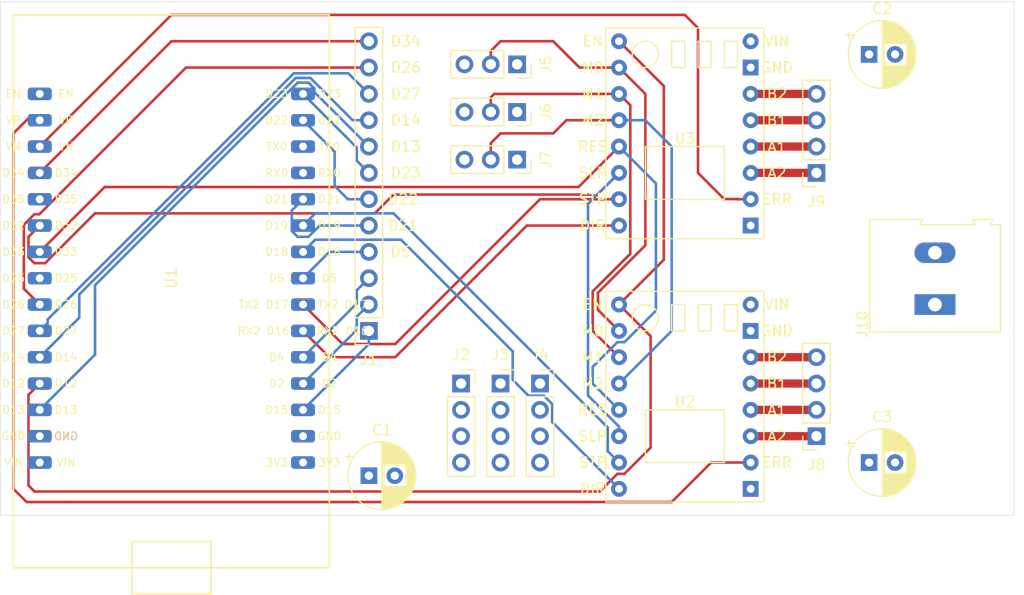
<source format=kicad_pcb>
(kicad_pcb (version 20171130) (host pcbnew 5.1.5+dfsg1-2build2)

  (general
    (thickness 1.6)
    (drawings 13)
    (tracks 175)
    (zones 0)
    (modules 16)
    (nets 42)
  )

  (page A4)
  (layers
    (0 F.Cu signal)
    (31 B.Cu signal)
    (32 B.Adhes user)
    (33 F.Adhes user)
    (34 B.Paste user)
    (35 F.Paste user)
    (36 B.SilkS user)
    (37 F.SilkS user)
    (38 B.Mask user)
    (39 F.Mask user)
    (40 Dwgs.User user)
    (41 Cmts.User user)
    (42 Eco1.User user)
    (43 Eco2.User user)
    (44 Edge.Cuts user)
    (45 Margin user)
    (46 B.CrtYd user)
    (47 F.CrtYd user)
    (48 B.Fab user)
    (49 F.Fab user)
  )

  (setup
    (last_trace_width 0.25)
    (trace_clearance 0.2)
    (zone_clearance 0.508)
    (zone_45_only no)
    (trace_min 0.2)
    (via_size 0.8)
    (via_drill 0.4)
    (via_min_size 0.4)
    (via_min_drill 0.3)
    (uvia_size 0.3)
    (uvia_drill 0.1)
    (uvias_allowed no)
    (uvia_min_size 0.2)
    (uvia_min_drill 0.1)
    (edge_width 0.05)
    (segment_width 0.2)
    (pcb_text_width 0.3)
    (pcb_text_size 1.5 1.5)
    (mod_edge_width 0.12)
    (mod_text_size 1 1)
    (mod_text_width 0.15)
    (pad_size 1.524 1.524)
    (pad_drill 0.762)
    (pad_to_mask_clearance 0.051)
    (solder_mask_min_width 0.25)
    (aux_axis_origin 0 0)
    (visible_elements FFFFEF7F)
    (pcbplotparams
      (layerselection 0x010fc_ffffffff)
      (usegerberextensions false)
      (usegerberattributes false)
      (usegerberadvancedattributes false)
      (creategerberjobfile false)
      (excludeedgelayer true)
      (linewidth 0.100000)
      (plotframeref false)
      (viasonmask false)
      (mode 1)
      (useauxorigin false)
      (hpglpennumber 1)
      (hpglpenspeed 20)
      (hpglpendiameter 15.000000)
      (psnegative false)
      (psa4output false)
      (plotreference true)
      (plotvalue true)
      (plotinvisibletext false)
      (padsonsilk false)
      (subtractmaskfromsilk false)
      (outputformat 1)
      (mirror false)
      (drillshape 1)
      (scaleselection 1)
      (outputdirectory ""))
  )

  (net 0 "")
  (net 1 GND)
  (net 2 3.3V)
  (net 3 "Net-(C2-Pad1)")
  (net 4 "Net-(J1-Pad12)")
  (net 5 "Net-(J1-Pad11)")
  (net 6 "Net-(J1-Pad10)")
  (net 7 "Net-(J1-Pad9)")
  (net 8 "Net-(J1-Pad8)")
  (net 9 "Net-(J1-Pad7)")
  (net 10 "Net-(J1-Pad6)")
  (net 11 "Net-(J1-Pad5)")
  (net 12 "Net-(J1-Pad4)")
  (net 13 "Net-(J1-Pad3)")
  (net 14 "Net-(J1-Pad2)")
  (net 15 "Net-(J1-Pad1)")
  (net 16 "Net-(J2-Pad1)")
  (net 17 "Net-(J5-Pad2)")
  (net 18 "Net-(J6-Pad2)")
  (net 19 "Net-(J7-Pad2)")
  (net 20 "Net-(J8-Pad4)")
  (net 21 "Net-(J8-Pad3)")
  (net 22 "Net-(J8-Pad2)")
  (net 23 "Net-(J8-Pad1)")
  (net 24 "Net-(J9-Pad4)")
  (net 25 "Net-(J9-Pad3)")
  (net 26 "Net-(J9-Pad2)")
  (net 27 "Net-(J9-Pad1)")
  (net 28 "Net-(U1-Pad27)")
  (net 29 "Net-(U1-Pad23)")
  (net 30 "Net-(U1-Pad22)")
  (net 31 "Net-(U1-Pad21)")
  (net 32 "Net-(U1-Pad20)")
  (net 33 "Net-(U1-Pad18)")
  (net 34 "Net-(U1-Pad17)")
  (net 35 "Net-(U1-Pad16)")
  (net 36 "Net-(U1-Pad13)")
  (net 37 "Net-(U1-Pad12)")
  (net 38 "Net-(U1-Pad10)")
  (net 39 "Net-(U1-Pad9)")
  (net 40 "Net-(U1-Pad7)")
  (net 41 "Net-(U1-Pad6)")

  (net_class Default "This is the default net class."
    (clearance 0.2)
    (trace_width 0.25)
    (via_dia 0.8)
    (via_drill 0.4)
    (uvia_dia 0.3)
    (uvia_drill 0.1)
    (add_net 3.3V)
    (add_net GND)
    (add_net "Net-(C2-Pad1)")
    (add_net "Net-(J1-Pad1)")
    (add_net "Net-(J1-Pad10)")
    (add_net "Net-(J1-Pad11)")
    (add_net "Net-(J1-Pad12)")
    (add_net "Net-(J1-Pad2)")
    (add_net "Net-(J1-Pad3)")
    (add_net "Net-(J1-Pad4)")
    (add_net "Net-(J1-Pad5)")
    (add_net "Net-(J1-Pad6)")
    (add_net "Net-(J1-Pad7)")
    (add_net "Net-(J1-Pad8)")
    (add_net "Net-(J1-Pad9)")
    (add_net "Net-(J2-Pad1)")
    (add_net "Net-(J5-Pad2)")
    (add_net "Net-(J6-Pad2)")
    (add_net "Net-(J7-Pad2)")
    (add_net "Net-(U1-Pad10)")
    (add_net "Net-(U1-Pad12)")
    (add_net "Net-(U1-Pad13)")
    (add_net "Net-(U1-Pad16)")
    (add_net "Net-(U1-Pad17)")
    (add_net "Net-(U1-Pad18)")
    (add_net "Net-(U1-Pad20)")
    (add_net "Net-(U1-Pad21)")
    (add_net "Net-(U1-Pad22)")
    (add_net "Net-(U1-Pad23)")
    (add_net "Net-(U1-Pad27)")
    (add_net "Net-(U1-Pad6)")
    (add_net "Net-(U1-Pad7)")
    (add_net "Net-(U1-Pad9)")
  )

  (net_class power ""
    (clearance 0.4)
    (trace_width 0.8)
    (via_dia 0.8)
    (via_drill 0.4)
    (uvia_dia 0.3)
    (uvia_drill 0.1)
    (add_net "Net-(J8-Pad1)")
    (add_net "Net-(J8-Pad2)")
    (add_net "Net-(J8-Pad3)")
    (add_net "Net-(J8-Pad4)")
    (add_net "Net-(J9-Pad1)")
    (add_net "Net-(J9-Pad2)")
    (add_net "Net-(J9-Pad3)")
    (add_net "Net-(J9-Pad4)")
  )

  (module esp32:DRV8825 (layer F.Cu) (tedit 5E1A23EB) (tstamp 5E1A4044)
    (at 116.84 115.57)
    (path /5E1A1C57)
    (fp_text reference U3 (at 0 0.5) (layer F.SilkS)
      (effects (font (size 1 1) (thickness 0.15)))
    )
    (fp_text value DRV8825 (at 0 -0.5) (layer F.Fab)
      (effects (font (size 1 1) (thickness 0.15)))
    )
    (fp_text user DIR (at -8.89 8.89) (layer F.SilkS)
      (effects (font (size 1 1) (thickness 0.15)))
    )
    (fp_text user STP (at -8.89 6.35) (layer F.SilkS)
      (effects (font (size 1 1) (thickness 0.15)))
    )
    (fp_text user SLP (at -8.89 3.81) (layer F.SilkS)
      (effects (font (size 1 1) (thickness 0.15)))
    )
    (fp_text user RES (at -8.89 1.27) (layer F.SilkS)
      (effects (font (size 1 1) (thickness 0.15)))
    )
    (fp_text user M2 (at -8.89 -1.27) (layer F.SilkS)
      (effects (font (size 1 1) (thickness 0.15)))
    )
    (fp_text user M1 (at -8.89 -3.81) (layer F.SilkS)
      (effects (font (size 1 1) (thickness 0.15)))
    )
    (fp_text user M0 (at -8.89 -6.35) (layer F.SilkS)
      (effects (font (size 1 1) (thickness 0.15)))
    )
    (fp_text user EN (at -8.89 -8.89) (layer F.SilkS)
      (effects (font (size 1 1) (thickness 0.15)))
    )
    (fp_text user GND (at 8.89 -6.35) (layer F.SilkS)
      (effects (font (size 1 1) (thickness 0.15)))
    )
    (fp_text user ERR (at 8.89 6.35) (layer F.SilkS)
      (effects (font (size 1 1) (thickness 0.15)))
    )
    (fp_text user A2 (at 8.89 3.81) (layer F.SilkS)
      (effects (font (size 1 1) (thickness 0.15)))
    )
    (fp_text user A1 (at 8.89 1.27) (layer F.SilkS)
      (effects (font (size 1 1) (thickness 0.15)))
    )
    (fp_text user B1 (at 8.89 -1.27) (layer F.SilkS)
      (effects (font (size 1 1) (thickness 0.15)))
    )
    (fp_text user B2 (at 8.89 -3.81) (layer F.SilkS)
      (effects (font (size 1 1) (thickness 0.15)))
    )
    (fp_text user GND (at 8.89 -6.35) (layer F.SilkS)
      (effects (font (size 1 1) (thickness 0.15)))
    )
    (fp_text user VIN (at 8.89 -8.89) (layer F.SilkS)
      (effects (font (size 1 1) (thickness 0.15)))
    )
    (fp_line (start 3.81 -6.35) (end 3.81 -8.89) (layer F.SilkS) (width 0.12))
    (fp_line (start 5.08 -6.35) (end 3.81 -6.35) (layer F.SilkS) (width 0.12))
    (fp_line (start 5.08 -8.89) (end 5.08 -6.35) (layer F.SilkS) (width 0.12))
    (fp_line (start 3.81 -8.89) (end 5.08 -8.89) (layer F.SilkS) (width 0.12))
    (fp_line (start 2.54 -8.89) (end 1.27 -8.89) (layer F.SilkS) (width 0.12))
    (fp_line (start 2.54 -6.35) (end 2.54 -8.89) (layer F.SilkS) (width 0.12))
    (fp_line (start 1.27 -6.35) (end 2.54 -6.35) (layer F.SilkS) (width 0.12))
    (fp_line (start 1.27 -8.89) (end 1.27 -6.35) (layer F.SilkS) (width 0.12))
    (fp_line (start 0 -8.89) (end -1.27 -8.89) (layer F.SilkS) (width 0.12))
    (fp_line (start 0 -6.35) (end 0 -8.89) (layer F.SilkS) (width 0.12))
    (fp_line (start -1.27 -6.35) (end 0 -6.35) (layer F.SilkS) (width 0.12))
    (fp_line (start -1.27 -8.89) (end -1.27 -6.35) (layer F.SilkS) (width 0.12))
    (fp_circle (center -3.81 -7.62) (end -2.54 -7.62) (layer F.SilkS) (width 0.12))
    (fp_line (start 3.81 6.35) (end -3.81 6.35) (layer F.SilkS) (width 0.12))
    (fp_line (start 3.81 1.27) (end 3.81 6.35) (layer F.SilkS) (width 0.12))
    (fp_line (start -3.81 1.27) (end 3.81 1.27) (layer F.SilkS) (width 0.12))
    (fp_line (start -3.81 6.35) (end -3.81 1.27) (layer F.SilkS) (width 0.12))
    (fp_line (start -7.62 10.16) (end -7.62 -10.16) (layer F.SilkS) (width 0.12))
    (fp_line (start 7.62 10.16) (end -7.62 10.16) (layer F.SilkS) (width 0.12))
    (fp_line (start 7.62 -10.16) (end 7.62 10.16) (layer F.SilkS) (width 0.12))
    (fp_line (start -7.62 -10.16) (end 7.62 -10.16) (layer F.SilkS) (width 0.12))
    (pad 16 thru_hole circle (at 6.35 -8.89) (size 1.524 1.524) (drill 0.762) (layers *.Cu *.Mask)
      (net 3 "Net-(C2-Pad1)"))
    (pad 15 thru_hole rect (at 6.35 -6.35) (size 1.524 1.524) (drill 0.762) (layers *.Cu *.Mask)
      (net 1 GND))
    (pad 14 thru_hole circle (at 6.35 -3.81) (size 1.524 1.524) (drill 0.762) (layers *.Cu *.Mask)
      (net 24 "Net-(J9-Pad4)"))
    (pad 13 thru_hole circle (at 6.35 -1.27) (size 1.524 1.524) (drill 0.762) (layers *.Cu *.Mask)
      (net 25 "Net-(J9-Pad3)"))
    (pad 12 thru_hole circle (at 6.35 1.27) (size 1.524 1.524) (drill 0.762) (layers *.Cu *.Mask)
      (net 26 "Net-(J9-Pad2)"))
    (pad 11 thru_hole circle (at 6.35 3.81) (size 1.524 1.524) (drill 0.762) (layers *.Cu *.Mask)
      (net 27 "Net-(J9-Pad1)"))
    (pad 10 thru_hole circle (at 6.35 6.35) (size 1.524 1.524) (drill 0.762) (layers *.Cu *.Mask)
      (net 33 "Net-(U1-Pad18)"))
    (pad 9 thru_hole rect (at 6.35 8.89) (size 1.524 1.524) (drill 0.762) (layers *.Cu *.Mask)
      (net 1 GND))
    (pad 8 thru_hole circle (at -6.35 8.89) (size 1.524 1.524) (drill 0.762) (layers *.Cu *.Mask)
      (net 41 "Net-(U1-Pad6)"))
    (pad 7 thru_hole circle (at -6.35 6.35) (size 1.524 1.524) (drill 0.762) (layers *.Cu *.Mask)
      (net 40 "Net-(U1-Pad7)"))
    (pad 6 thru_hole circle (at -6.35 3.81) (size 1.524 1.524) (drill 0.762) (layers *.Cu *.Mask)
      (net 31 "Net-(U1-Pad21)"))
    (pad 5 thru_hole circle (at -6.35 1.27) (size 1.524 1.524) (drill 0.762) (layers *.Cu *.Mask)
      (net 30 "Net-(U1-Pad22)"))
    (pad 4 thru_hole circle (at -6.35 -1.27) (size 1.524 1.524) (drill 0.762) (layers *.Cu *.Mask)
      (net 19 "Net-(J7-Pad2)"))
    (pad 3 thru_hole circle (at -6.35 -3.81) (size 1.524 1.524) (drill 0.762) (layers *.Cu *.Mask)
      (net 18 "Net-(J6-Pad2)"))
    (pad 2 thru_hole circle (at -6.35 -6.35) (size 1.524 1.524) (drill 0.762) (layers *.Cu *.Mask)
      (net 17 "Net-(J5-Pad2)"))
    (pad 1 thru_hole circle (at -6.35 -8.89) (size 1.524 1.524) (drill 0.762) (layers *.Cu *.Mask)
      (net 28 "Net-(U1-Pad27)"))
  )

  (module esp32:DRV8825 (layer F.Cu) (tedit 5E1A23EB) (tstamp 5E1A3B5F)
    (at 116.84 140.97)
    (path /5E1A2A23)
    (fp_text reference U2 (at 0 0.5) (layer F.SilkS)
      (effects (font (size 1 1) (thickness 0.15)))
    )
    (fp_text value DRV8825 (at 0 -0.5) (layer F.Fab)
      (effects (font (size 1 1) (thickness 0.15)))
    )
    (fp_text user DIR (at -8.89 8.89) (layer F.SilkS)
      (effects (font (size 1 1) (thickness 0.15)))
    )
    (fp_text user STP (at -8.89 6.35) (layer F.SilkS)
      (effects (font (size 1 1) (thickness 0.15)))
    )
    (fp_text user SLP (at -8.89 3.81) (layer F.SilkS)
      (effects (font (size 1 1) (thickness 0.15)))
    )
    (fp_text user RES (at -8.89 1.27) (layer F.SilkS)
      (effects (font (size 1 1) (thickness 0.15)))
    )
    (fp_text user M2 (at -8.89 -1.27) (layer F.SilkS)
      (effects (font (size 1 1) (thickness 0.15)))
    )
    (fp_text user M1 (at -8.89 -3.81) (layer F.SilkS)
      (effects (font (size 1 1) (thickness 0.15)))
    )
    (fp_text user M0 (at -8.89 -6.35) (layer F.SilkS)
      (effects (font (size 1 1) (thickness 0.15)))
    )
    (fp_text user EN (at -8.89 -8.89) (layer F.SilkS)
      (effects (font (size 1 1) (thickness 0.15)))
    )
    (fp_text user GND (at 8.89 -6.35) (layer F.SilkS)
      (effects (font (size 1 1) (thickness 0.15)))
    )
    (fp_text user ERR (at 8.89 6.35) (layer F.SilkS)
      (effects (font (size 1 1) (thickness 0.15)))
    )
    (fp_text user A2 (at 8.89 3.81) (layer F.SilkS)
      (effects (font (size 1 1) (thickness 0.15)))
    )
    (fp_text user A1 (at 8.89 1.27) (layer F.SilkS)
      (effects (font (size 1 1) (thickness 0.15)))
    )
    (fp_text user B1 (at 8.89 -1.27) (layer F.SilkS)
      (effects (font (size 1 1) (thickness 0.15)))
    )
    (fp_text user B2 (at 8.89 -3.81) (layer F.SilkS)
      (effects (font (size 1 1) (thickness 0.15)))
    )
    (fp_text user GND (at 8.89 -6.35) (layer F.SilkS)
      (effects (font (size 1 1) (thickness 0.15)))
    )
    (fp_text user VIN (at 8.89 -8.89) (layer F.SilkS)
      (effects (font (size 1 1) (thickness 0.15)))
    )
    (fp_line (start 3.81 -6.35) (end 3.81 -8.89) (layer F.SilkS) (width 0.12))
    (fp_line (start 5.08 -6.35) (end 3.81 -6.35) (layer F.SilkS) (width 0.12))
    (fp_line (start 5.08 -8.89) (end 5.08 -6.35) (layer F.SilkS) (width 0.12))
    (fp_line (start 3.81 -8.89) (end 5.08 -8.89) (layer F.SilkS) (width 0.12))
    (fp_line (start 2.54 -8.89) (end 1.27 -8.89) (layer F.SilkS) (width 0.12))
    (fp_line (start 2.54 -6.35) (end 2.54 -8.89) (layer F.SilkS) (width 0.12))
    (fp_line (start 1.27 -6.35) (end 2.54 -6.35) (layer F.SilkS) (width 0.12))
    (fp_line (start 1.27 -8.89) (end 1.27 -6.35) (layer F.SilkS) (width 0.12))
    (fp_line (start 0 -8.89) (end -1.27 -8.89) (layer F.SilkS) (width 0.12))
    (fp_line (start 0 -6.35) (end 0 -8.89) (layer F.SilkS) (width 0.12))
    (fp_line (start -1.27 -6.35) (end 0 -6.35) (layer F.SilkS) (width 0.12))
    (fp_line (start -1.27 -8.89) (end -1.27 -6.35) (layer F.SilkS) (width 0.12))
    (fp_circle (center -3.81 -7.62) (end -2.54 -7.62) (layer F.SilkS) (width 0.12))
    (fp_line (start 3.81 6.35) (end -3.81 6.35) (layer F.SilkS) (width 0.12))
    (fp_line (start 3.81 1.27) (end 3.81 6.35) (layer F.SilkS) (width 0.12))
    (fp_line (start -3.81 1.27) (end 3.81 1.27) (layer F.SilkS) (width 0.12))
    (fp_line (start -3.81 6.35) (end -3.81 1.27) (layer F.SilkS) (width 0.12))
    (fp_line (start -7.62 10.16) (end -7.62 -10.16) (layer F.SilkS) (width 0.12))
    (fp_line (start 7.62 10.16) (end -7.62 10.16) (layer F.SilkS) (width 0.12))
    (fp_line (start 7.62 -10.16) (end 7.62 10.16) (layer F.SilkS) (width 0.12))
    (fp_line (start -7.62 -10.16) (end 7.62 -10.16) (layer F.SilkS) (width 0.12))
    (pad 16 thru_hole circle (at 6.35 -8.89) (size 1.524 1.524) (drill 0.762) (layers *.Cu *.Mask)
      (net 3 "Net-(C2-Pad1)"))
    (pad 15 thru_hole rect (at 6.35 -6.35) (size 1.524 1.524) (drill 0.762) (layers *.Cu *.Mask)
      (net 1 GND))
    (pad 14 thru_hole circle (at 6.35 -3.81) (size 1.524 1.524) (drill 0.762) (layers *.Cu *.Mask)
      (net 20 "Net-(J8-Pad4)"))
    (pad 13 thru_hole circle (at 6.35 -1.27) (size 1.524 1.524) (drill 0.762) (layers *.Cu *.Mask)
      (net 21 "Net-(J8-Pad3)"))
    (pad 12 thru_hole circle (at 6.35 1.27) (size 1.524 1.524) (drill 0.762) (layers *.Cu *.Mask)
      (net 22 "Net-(J8-Pad2)"))
    (pad 11 thru_hole circle (at 6.35 3.81) (size 1.524 1.524) (drill 0.762) (layers *.Cu *.Mask)
      (net 23 "Net-(J8-Pad1)"))
    (pad 10 thru_hole circle (at 6.35 6.35) (size 1.524 1.524) (drill 0.762) (layers *.Cu *.Mask)
      (net 34 "Net-(U1-Pad17)"))
    (pad 9 thru_hole rect (at 6.35 8.89) (size 1.524 1.524) (drill 0.762) (layers *.Cu *.Mask)
      (net 1 GND))
    (pad 8 thru_hole circle (at -6.35 8.89) (size 1.524 1.524) (drill 0.762) (layers *.Cu *.Mask)
      (net 39 "Net-(U1-Pad9)"))
    (pad 7 thru_hole circle (at -6.35 6.35) (size 1.524 1.524) (drill 0.762) (layers *.Cu *.Mask)
      (net 38 "Net-(U1-Pad10)"))
    (pad 6 thru_hole circle (at -6.35 3.81) (size 1.524 1.524) (drill 0.762) (layers *.Cu *.Mask)
      (net 31 "Net-(U1-Pad21)"))
    (pad 5 thru_hole circle (at -6.35 1.27) (size 1.524 1.524) (drill 0.762) (layers *.Cu *.Mask)
      (net 30 "Net-(U1-Pad22)"))
    (pad 4 thru_hole circle (at -6.35 -1.27) (size 1.524 1.524) (drill 0.762) (layers *.Cu *.Mask)
      (net 19 "Net-(J7-Pad2)"))
    (pad 3 thru_hole circle (at -6.35 -3.81) (size 1.524 1.524) (drill 0.762) (layers *.Cu *.Mask)
      (net 18 "Net-(J6-Pad2)"))
    (pad 2 thru_hole circle (at -6.35 -6.35) (size 1.524 1.524) (drill 0.762) (layers *.Cu *.Mask)
      (net 17 "Net-(J5-Pad2)"))
    (pad 1 thru_hole circle (at -6.35 -8.89) (size 1.524 1.524) (drill 0.762) (layers *.Cu *.Mask)
      (net 28 "Net-(U1-Pad27)"))
  )

  (module esp32:ESP32-Dev-Board (layer F.Cu) (tedit 606B2A7B) (tstamp 5E1A3B26)
    (at 67.31 129.54 90)
    (path /5E19F2C6)
    (fp_text reference U1 (at 0 0 90) (layer F.SilkS)
      (effects (font (size 1 1) (thickness 0.15)))
    )
    (fp_text value ESP32 (at 0 2.54 90) (layer F.Fab)
      (effects (font (size 1 1) (thickness 0.15)))
    )
    (fp_text user "RX2 D16" (at -5.08 8.89) (layer F.SilkS)
      (effects (font (size 0.762 0.762) (thickness 0.1016)))
    )
    (fp_text user D19 (at 5.08 10.16) (layer F.SilkS)
      (effects (font (size 0.762 0.762) (thickness 0.1016)))
    )
    (fp_text user "TX2 D17" (at -2.54 8.89) (layer F.SilkS)
      (effects (font (size 0.762 0.762) (thickness 0.1016)))
    )
    (fp_text user D5 (at 0 10.16) (layer F.SilkS)
      (effects (font (size 0.762 0.762) (thickness 0.1016)))
    )
    (fp_text user D21 (at 7.62 10.16) (layer F.SilkS)
      (effects (font (size 0.762 0.762) (thickness 0.1016)))
    )
    (fp_text user D23 (at 17.78 10.16) (layer F.SilkS)
      (effects (font (size 0.762 0.762) (thickness 0.1016)))
    )
    (fp_text user GND (at -15.24 -10.16) (layer F.SilkS)
      (effects (font (size 0.762 0.762) (thickness 0.1016)))
    )
    (fp_text user D18 (at 2.54 10.16) (layer F.SilkS)
      (effects (font (size 0.762 0.762) (thickness 0.1016)))
    )
    (fp_text user RX0 (at 10.16 10.16) (layer F.SilkS)
      (effects (font (size 0.762 0.762) (thickness 0.1016)))
    )
    (fp_text user TX0 (at 12.7 10.16) (layer F.SilkS)
      (effects (font (size 0.762 0.762) (thickness 0.1016)))
    )
    (fp_text user 3V3 (at -17.78 10.16) (layer F.SilkS)
      (effects (font (size 0.762 0.762) (thickness 0.1016)))
    )
    (fp_text user D22 (at 15.24 10.16) (layer F.SilkS)
      (effects (font (size 0.762 0.762) (thickness 0.1016)))
    )
    (fp_text user D15 (at -12.7 10.16) (layer F.SilkS)
      (effects (font (size 0.762 0.762) (thickness 0.1016)))
    )
    (fp_text user D2 (at -10.16 10.16) (layer F.SilkS)
      (effects (font (size 0.762 0.762) (thickness 0.1016)))
    )
    (fp_text user D4 (at -7.62 10.16) (layer F.SilkS)
      (effects (font (size 0.762 0.762) (thickness 0.1016)))
    )
    (fp_text user D14 (at -7.62 -10.16) (layer F.SilkS)
      (effects (font (size 0.762 0.762) (thickness 0.1016)))
    )
    (fp_text user D35 (at 7.62 -10.16) (layer F.SilkS)
      (effects (font (size 0.762 0.762) (thickness 0.1016)))
    )
    (fp_text user D27 (at -5.08 -10.16) (layer F.SilkS)
      (effects (font (size 0.762 0.762) (thickness 0.1016)))
    )
    (fp_text user D12 (at -10.16 -10.16) (layer F.SilkS)
      (effects (font (size 0.762 0.762) (thickness 0.1016)))
    )
    (fp_text user D32 (at 5.08 -10.16) (layer F.SilkS)
      (effects (font (size 0.762 0.762) (thickness 0.1016)))
    )
    (fp_text user D25 (at 0 -10.16) (layer F.SilkS)
      (effects (font (size 0.762 0.762) (thickness 0.1016)))
    )
    (fp_text user VN (at 12.7 -10.16) (layer F.SilkS)
      (effects (font (size 0.762 0.762) (thickness 0.1016)))
    )
    (fp_text user D34 (at 10.16 -10.16) (layer F.SilkS)
      (effects (font (size 0.762 0.762) (thickness 0.1016)))
    )
    (fp_text user GND (at -15.24 -10.16 180) (layer B.SilkS)
      (effects (font (size 0.762 0.762) (thickness 0.1016)) (justify mirror))
    )
    (fp_text user VP (at 15.24 -10.16) (layer F.SilkS)
      (effects (font (size 0.762 0.762) (thickness 0.1016)))
    )
    (fp_text user D13 (at -12.7 -10.16) (layer F.SilkS)
      (effects (font (size 0.762 0.762) (thickness 0.1016)))
    )
    (fp_text user EN (at 17.78 -10.16) (layer F.SilkS)
      (effects (font (size 0.762 0.762) (thickness 0.1016)))
    )
    (fp_text user D26 (at -2.54 -10.16) (layer F.SilkS)
      (effects (font (size 0.762 0.762) (thickness 0.1016)))
    )
    (fp_text user VIN (at -17.78 -10.16) (layer F.SilkS)
      (effects (font (size 0.762 0.762) (thickness 0.1016)))
    )
    (fp_text user D33 (at 2.54 -10.16) (layer F.SilkS)
      (effects (font (size 0.762 0.762) (thickness 0.1016)))
    )
    (fp_line (start 25.4 15.24) (end 25.4 -15.24) (layer F.SilkS) (width 0.15))
    (fp_line (start 25.4 -15.24) (end -27.94 -15.24) (layer F.SilkS) (width 0.15))
    (fp_line (start -27.94 -15.24) (end -27.94 15.24) (layer F.SilkS) (width 0.15))
    (fp_line (start -27.94 15.24) (end 25.4 15.24) (layer F.SilkS) (width 0.15))
    (fp_line (start -30.48 -3.81) (end -25.4 -3.81) (layer F.SilkS) (width 0.15))
    (fp_line (start -25.4 -3.81) (end -25.4 3.81) (layer F.SilkS) (width 0.15))
    (fp_line (start -25.4 3.81) (end -30.48 3.81) (layer F.SilkS) (width 0.15))
    (fp_line (start -30.48 3.81) (end -30.48 -3.81) (layer F.SilkS) (width 0.15))
    (fp_text user VIN (at -17.78 -15.24) (layer F.SilkS)
      (effects (font (size 0.762 0.762) (thickness 0.1016)))
    )
    (fp_text user GND (at -15.24 -15.24) (layer F.SilkS)
      (effects (font (size 0.762 0.762) (thickness 0.1016)))
    )
    (fp_text user D13 (at -12.7 -15.24) (layer F.SilkS)
      (effects (font (size 0.762 0.762) (thickness 0.1016)))
    )
    (fp_text user D12 (at -10.16 -15.24) (layer F.SilkS)
      (effects (font (size 0.762 0.762) (thickness 0.1016)))
    )
    (fp_text user D14 (at -7.62 -15.24) (layer F.SilkS)
      (effects (font (size 0.762 0.762) (thickness 0.1016)))
    )
    (fp_text user D27 (at -5.08 -15.24) (layer F.SilkS)
      (effects (font (size 0.762 0.762) (thickness 0.1016)))
    )
    (fp_text user D26 (at -2.54 -15.24) (layer F.SilkS)
      (effects (font (size 0.762 0.762) (thickness 0.1016)))
    )
    (fp_text user D25 (at 0 -15.24) (layer F.SilkS)
      (effects (font (size 0.762 0.762) (thickness 0.1016)))
    )
    (fp_text user D33 (at 2.54 -15.24) (layer F.SilkS)
      (effects (font (size 0.762 0.762) (thickness 0.1016)))
    )
    (fp_text user D32 (at 5.08 -15.24) (layer F.SilkS)
      (effects (font (size 0.762 0.762) (thickness 0.1016)))
    )
    (fp_text user D35 (at 7.62 -15.24) (layer F.SilkS)
      (effects (font (size 0.762 0.762) (thickness 0.1016)))
    )
    (fp_text user D34 (at 10.16 -15.24) (layer F.SilkS)
      (effects (font (size 0.762 0.762) (thickness 0.1016)))
    )
    (fp_text user VN (at 12.7 -15.24) (layer F.SilkS)
      (effects (font (size 0.762 0.762) (thickness 0.1016)))
    )
    (fp_text user VP (at 15.24 -15.24) (layer F.SilkS)
      (effects (font (size 0.762 0.762) (thickness 0.1016)))
    )
    (fp_text user EN (at 17.78 -15.24) (layer F.SilkS)
      (effects (font (size 0.762 0.762) (thickness 0.1016)))
    )
    (fp_text user RX0 (at 10.16 15.24) (layer F.SilkS)
      (effects (font (size 0.762 0.762) (thickness 0.1016)))
    )
    (fp_text user "RX2 D16" (at -5.08 16.51) (layer F.SilkS)
      (effects (font (size 0.762 0.762) (thickness 0.1016)))
    )
    (fp_text user D23 (at 17.78 15.24) (layer F.SilkS)
      (effects (font (size 0.762 0.762) (thickness 0.1016)))
    )
    (fp_text user D2 (at -10.16 15.24) (layer F.SilkS)
      (effects (font (size 0.762 0.762) (thickness 0.1016)))
    )
    (fp_text user D19 (at 5.08 15.24) (layer F.SilkS)
      (effects (font (size 0.762 0.762) (thickness 0.1016)))
    )
    (fp_text user D18 (at 2.54 15.24) (layer F.SilkS)
      (effects (font (size 0.762 0.762) (thickness 0.1016)))
    )
    (fp_text user D4 (at -7.62 15.24) (layer F.SilkS)
      (effects (font (size 0.762 0.762) (thickness 0.1016)))
    )
    (fp_text user D21 (at 7.62 15.24) (layer F.SilkS)
      (effects (font (size 0.762 0.762) (thickness 0.1016)))
    )
    (fp_text user D22 (at 15.24 15.24) (layer F.SilkS)
      (effects (font (size 0.762 0.762) (thickness 0.1016)))
    )
    (fp_text user GND (at -15.24 15.24) (layer F.SilkS)
      (effects (font (size 0.762 0.762) (thickness 0.1016)))
    )
    (fp_text user TX0 (at 12.7 15.24) (layer F.SilkS)
      (effects (font (size 0.762 0.762) (thickness 0.1016)))
    )
    (fp_text user D5 (at 0 15.24) (layer F.SilkS)
      (effects (font (size 0.762 0.762) (thickness 0.1016)))
    )
    (fp_text user 3V3 (at -17.78 15.24) (layer F.SilkS)
      (effects (font (size 0.762 0.762) (thickness 0.1016)))
    )
    (fp_text user "TX2 D17" (at -2.54 16.51) (layer F.SilkS)
      (effects (font (size 0.762 0.762) (thickness 0.1016)))
    )
    (fp_text user D15 (at -12.7 15.24) (layer F.SilkS)
      (effects (font (size 0.762 0.762) (thickness 0.1016)))
    )
    (pad 1 thru_hole roundrect (at -17.78 12.7 90) (size 1.2 2.3) (drill 0.762) (layers *.Cu *.Mask) (roundrect_rratio 0.25)
      (net 2 3.3V))
    (pad 2 thru_hole roundrect (at -15.24 12.7 90) (size 1.2 2.3) (drill 0.762) (layers *.Cu *.Mask) (roundrect_rratio 0.25)
      (net 1 GND))
    (pad 3 thru_hole roundrect (at -12.7 12.7 90) (size 1.2 2.3) (drill 0.762) (layers *.Cu *.Mask) (roundrect_rratio 0.25)
      (net 15 "Net-(J1-Pad1)"))
    (pad 4 thru_hole roundrect (at -10.16 12.7 90) (size 1.2 2.3) (drill 0.762) (layers *.Cu *.Mask) (roundrect_rratio 0.25)
      (net 14 "Net-(J1-Pad2)"))
    (pad 5 thru_hole roundrect (at -7.62 12.7 90) (size 1.2 2.3) (drill 0.762) (layers *.Cu *.Mask) (roundrect_rratio 0.25)
      (net 13 "Net-(J1-Pad3)"))
    (pad 6 thru_hole roundrect (at -5.08 12.7 90) (size 1.2 2.3) (drill 0.762) (layers *.Cu *.Mask) (roundrect_rratio 0.25)
      (net 41 "Net-(U1-Pad6)"))
    (pad 7 thru_hole roundrect (at -2.54 12.7 90) (size 1.2 2.3) (drill 0.762) (layers *.Cu *.Mask) (roundrect_rratio 0.25)
      (net 40 "Net-(U1-Pad7)"))
    (pad 8 thru_hole roundrect (at 0 12.7 90) (size 1.2 2.3) (drill 0.762) (layers *.Cu *.Mask) (roundrect_rratio 0.25)
      (net 12 "Net-(J1-Pad4)"))
    (pad 9 thru_hole roundrect (at 2.54 12.7 90) (size 1.2 2.3) (drill 0.762) (layers *.Cu *.Mask) (roundrect_rratio 0.25)
      (net 39 "Net-(U1-Pad9)"))
    (pad 10 thru_hole roundrect (at 5.08 12.7 90) (size 1.2 2.3) (drill 0.762) (layers *.Cu *.Mask) (roundrect_rratio 0.25)
      (net 38 "Net-(U1-Pad10)"))
    (pad 11 thru_hole roundrect (at 7.62 12.7 90) (size 1.2 2.3) (drill 0.762) (layers *.Cu *.Mask) (roundrect_rratio 0.25)
      (net 11 "Net-(J1-Pad5)"))
    (pad 12 thru_hole roundrect (at 10.16 12.7 90) (size 1.2 2.3) (drill 0.762) (layers *.Cu *.Mask) (roundrect_rratio 0.25)
      (net 37 "Net-(U1-Pad12)"))
    (pad 13 thru_hole roundrect (at 12.7 12.7 90) (size 1.2 2.3) (drill 0.762) (layers *.Cu *.Mask) (roundrect_rratio 0.25)
      (net 36 "Net-(U1-Pad13)"))
    (pad 14 thru_hole roundrect (at 15.24 12.7 90) (size 1.2 2.3) (drill 0.762) (layers *.Cu *.Mask) (roundrect_rratio 0.25)
      (net 10 "Net-(J1-Pad6)"))
    (pad 15 thru_hole roundrect (at 17.78 12.7 90) (size 1.2 2.3) (drill 0.762) (layers *.Cu *.Mask) (roundrect_rratio 0.25)
      (net 9 "Net-(J1-Pad7)"))
    (pad 16 thru_hole roundrect (at 17.78 -12.7 90) (size 1.2 2.3) (drill 0.762) (layers *.Cu *.Mask) (roundrect_rratio 0.25)
      (net 35 "Net-(U1-Pad16)"))
    (pad 17 thru_hole roundrect (at 15.24 -12.7 90) (size 1.2 2.3) (drill 0.762) (layers *.Cu *.Mask) (roundrect_rratio 0.25)
      (net 34 "Net-(U1-Pad17)"))
    (pad 18 thru_hole roundrect (at 12.7 -12.7 90) (size 1.2 2.3) (drill 0.762) (layers *.Cu *.Mask) (roundrect_rratio 0.25)
      (net 33 "Net-(U1-Pad18)"))
    (pad 19 thru_hole roundrect (at 10.16 -12.7 90) (size 1.2 2.3) (drill 0.762) (layers *.Cu *.Mask) (roundrect_rratio 0.25)
      (net 4 "Net-(J1-Pad12)"))
    (pad 20 thru_hole roundrect (at 7.62 -12.7 90) (size 1.2 2.3) (drill 0.762) (layers *.Cu *.Mask) (roundrect_rratio 0.25)
      (net 32 "Net-(U1-Pad20)"))
    (pad 21 thru_hole roundrect (at 5.08 -12.7 90) (size 1.2 2.3) (drill 0.762) (layers *.Cu *.Mask) (roundrect_rratio 0.25)
      (net 31 "Net-(U1-Pad21)"))
    (pad 22 thru_hole roundrect (at 2.54 -12.7 90) (size 1.2 2.3) (drill 0.762) (layers *.Cu *.Mask) (roundrect_rratio 0.25)
      (net 30 "Net-(U1-Pad22)"))
    (pad 23 thru_hole roundrect (at 0 -12.7 90) (size 1.2 2.3) (drill 0.762) (layers *.Cu *.Mask) (roundrect_rratio 0.25)
      (net 29 "Net-(U1-Pad23)"))
    (pad 24 thru_hole roundrect (at -2.54 -12.7 90) (size 1.2 2.3) (drill 0.762) (layers *.Cu *.Mask) (roundrect_rratio 0.25)
      (net 5 "Net-(J1-Pad11)"))
    (pad 25 thru_hole roundrect (at -5.08 -12.7 90) (size 1.2 2.3) (drill 0.762) (layers *.Cu *.Mask) (roundrect_rratio 0.25)
      (net 6 "Net-(J1-Pad10)"))
    (pad 26 thru_hole roundrect (at -7.62 -12.7 90) (size 1.2 2.3) (drill 0.762) (layers *.Cu *.Mask) (roundrect_rratio 0.25)
      (net 7 "Net-(J1-Pad9)"))
    (pad 27 thru_hole roundrect (at -10.16 -12.7 90) (size 1.2 2.3) (drill 0.762) (layers *.Cu *.Mask) (roundrect_rratio 0.25)
      (net 28 "Net-(U1-Pad27)"))
    (pad 28 thru_hole roundrect (at -12.7 -12.7 90) (size 1.2 2.3) (drill 0.762) (layers *.Cu *.Mask) (roundrect_rratio 0.25)
      (net 8 "Net-(J1-Pad8)"))
    (pad 29 thru_hole roundrect (at -15.24 -12.7 90) (size 1.2 2.3) (drill 0.762) (layers *.Cu *.Mask) (roundrect_rratio 0.25)
      (net 1 GND))
    (pad 30 thru_hole roundrect (at -17.78 -12.7 90) (size 1.2 2.3) (drill 0.762) (layers *.Cu *.Mask) (roundrect_rratio 0.25)
      (net 16 "Net-(J2-Pad1)"))
  )

  (module TerminalBlock:TerminalBlock_Altech_AK300-2_P5.00mm (layer F.Cu) (tedit 59FF0306) (tstamp 5E1A3ADE)
    (at 140.97 132.08 90)
    (descr "Altech AK300 terminal block, pitch 5.0mm, 45 degree angled, see http://www.mouser.com/ds/2/16/PCBMETRC-24178.pdf")
    (tags "Altech AK300 terminal block pitch 5.0mm")
    (path /5E1DAA45)
    (fp_text reference J10 (at -1.92 -6.99 90) (layer F.SilkS)
      (effects (font (size 1 1) (thickness 0.15)))
    )
    (fp_text value Screw_Terminal_01x02 (at 2.78 7.75 90) (layer F.Fab)
      (effects (font (size 1 1) (thickness 0.15)))
    )
    (fp_arc (start -1.13 -4.65) (end -1.42 -4.13) (angle 104.2) (layer F.Fab) (width 0.1))
    (fp_arc (start -0.01 -3.71) (end -1.62 -5) (angle 100) (layer F.Fab) (width 0.1))
    (fp_arc (start 0.06 -6.07) (end 1.53 -4.12) (angle 75.5) (layer F.Fab) (width 0.1))
    (fp_arc (start 1.03 -4.59) (end 1.53 -5.05) (angle 90.5) (layer F.Fab) (width 0.1))
    (fp_arc (start 3.87 -4.65) (end 3.58 -4.13) (angle 104.2) (layer F.Fab) (width 0.1))
    (fp_arc (start 4.99 -3.71) (end 3.39 -5) (angle 100) (layer F.Fab) (width 0.1))
    (fp_arc (start 5.07 -6.07) (end 6.53 -4.12) (angle 75.5) (layer F.Fab) (width 0.1))
    (fp_arc (start 6.03 -4.59) (end 6.54 -5.05) (angle 90.5) (layer F.Fab) (width 0.1))
    (fp_line (start 8.36 6.47) (end -2.83 6.47) (layer F.CrtYd) (width 0.05))
    (fp_line (start 8.36 6.47) (end 8.36 -6.47) (layer F.CrtYd) (width 0.05))
    (fp_line (start -2.83 -6.47) (end -2.83 6.47) (layer F.CrtYd) (width 0.05))
    (fp_line (start -2.83 -6.47) (end 8.36 -6.47) (layer F.CrtYd) (width 0.05))
    (fp_line (start 3.36 -0.25) (end 6.67 -0.25) (layer F.Fab) (width 0.1))
    (fp_line (start 2.98 -0.25) (end 3.36 -0.25) (layer F.Fab) (width 0.1))
    (fp_line (start 7.05 -0.25) (end 6.67 -0.25) (layer F.Fab) (width 0.1))
    (fp_line (start 6.67 -0.64) (end 3.36 -0.64) (layer F.Fab) (width 0.1))
    (fp_line (start 7.61 -0.64) (end 6.67 -0.64) (layer F.Fab) (width 0.1))
    (fp_line (start 1.66 -0.64) (end 3.36 -0.64) (layer F.Fab) (width 0.1))
    (fp_line (start -1.64 -0.64) (end 1.66 -0.64) (layer F.Fab) (width 0.1))
    (fp_line (start -2.58 -0.64) (end -1.64 -0.64) (layer F.Fab) (width 0.1))
    (fp_line (start 1.66 -0.25) (end -1.64 -0.25) (layer F.Fab) (width 0.1))
    (fp_line (start 2.04 -0.25) (end 1.66 -0.25) (layer F.Fab) (width 0.1))
    (fp_line (start -2.02 -0.25) (end -1.64 -0.25) (layer F.Fab) (width 0.1))
    (fp_line (start -1.49 -4.32) (end 1.56 -4.95) (layer F.Fab) (width 0.1))
    (fp_line (start -1.62 -4.45) (end 1.44 -5.08) (layer F.Fab) (width 0.1))
    (fp_line (start 3.52 -4.32) (end 6.56 -4.95) (layer F.Fab) (width 0.1))
    (fp_line (start 3.39 -4.45) (end 6.44 -5.08) (layer F.Fab) (width 0.1))
    (fp_line (start 2.04 -5.97) (end -2.02 -5.97) (layer F.Fab) (width 0.1))
    (fp_line (start -2.02 -3.43) (end -2.02 -5.97) (layer F.Fab) (width 0.1))
    (fp_line (start 2.04 -3.43) (end -2.02 -3.43) (layer F.Fab) (width 0.1))
    (fp_line (start 2.04 -3.43) (end 2.04 -5.97) (layer F.Fab) (width 0.1))
    (fp_line (start 7.05 -3.43) (end 2.98 -3.43) (layer F.Fab) (width 0.1))
    (fp_line (start 7.05 -5.97) (end 7.05 -3.43) (layer F.Fab) (width 0.1))
    (fp_line (start 2.98 -5.97) (end 7.05 -5.97) (layer F.Fab) (width 0.1))
    (fp_line (start 2.98 -3.43) (end 2.98 -5.97) (layer F.Fab) (width 0.1))
    (fp_line (start 7.61 -3.17) (end 7.61 -1.65) (layer F.Fab) (width 0.1))
    (fp_line (start -2.58 -3.17) (end -2.58 -6.22) (layer F.Fab) (width 0.1))
    (fp_line (start -2.58 -3.17) (end 7.61 -3.17) (layer F.Fab) (width 0.1))
    (fp_line (start 7.61 -0.64) (end 7.61 4.06) (layer F.Fab) (width 0.1))
    (fp_line (start 7.61 -1.65) (end 7.61 -0.64) (layer F.Fab) (width 0.1))
    (fp_line (start -2.58 -0.64) (end -2.58 -3.17) (layer F.Fab) (width 0.1))
    (fp_line (start -2.58 6.22) (end -2.58 -0.64) (layer F.Fab) (width 0.1))
    (fp_line (start 6.67 0.51) (end 6.28 0.51) (layer F.Fab) (width 0.1))
    (fp_line (start 3.36 0.51) (end 3.74 0.51) (layer F.Fab) (width 0.1))
    (fp_line (start 1.66 0.51) (end 1.28 0.51) (layer F.Fab) (width 0.1))
    (fp_line (start -1.64 0.51) (end -1.26 0.51) (layer F.Fab) (width 0.1))
    (fp_line (start -1.64 3.68) (end -1.64 0.51) (layer F.Fab) (width 0.1))
    (fp_line (start 1.66 3.68) (end -1.64 3.68) (layer F.Fab) (width 0.1))
    (fp_line (start 1.66 3.68) (end 1.66 0.51) (layer F.Fab) (width 0.1))
    (fp_line (start 3.36 3.68) (end 3.36 0.51) (layer F.Fab) (width 0.1))
    (fp_line (start 6.67 3.68) (end 3.36 3.68) (layer F.Fab) (width 0.1))
    (fp_line (start 6.67 3.68) (end 6.67 0.51) (layer F.Fab) (width 0.1))
    (fp_line (start -2.02 4.32) (end -2.02 6.22) (layer F.Fab) (width 0.1))
    (fp_line (start 2.04 4.32) (end 2.04 -0.25) (layer F.Fab) (width 0.1))
    (fp_line (start 2.04 4.32) (end -2.02 4.32) (layer F.Fab) (width 0.1))
    (fp_line (start 7.05 4.32) (end 7.05 6.22) (layer F.Fab) (width 0.1))
    (fp_line (start 2.98 4.32) (end 2.98 -0.25) (layer F.Fab) (width 0.1))
    (fp_line (start 2.98 4.32) (end 7.05 4.32) (layer F.Fab) (width 0.1))
    (fp_line (start -2.02 6.22) (end 2.04 6.22) (layer F.Fab) (width 0.1))
    (fp_line (start -2.58 6.22) (end -2.02 6.22) (layer F.Fab) (width 0.1))
    (fp_line (start -2.02 -0.25) (end -2.02 4.32) (layer F.Fab) (width 0.1))
    (fp_line (start 2.04 6.22) (end 2.98 6.22) (layer F.Fab) (width 0.1))
    (fp_line (start 2.04 6.22) (end 2.04 4.32) (layer F.Fab) (width 0.1))
    (fp_line (start 7.05 6.22) (end 7.61 6.22) (layer F.Fab) (width 0.1))
    (fp_line (start 2.98 6.22) (end 7.05 6.22) (layer F.Fab) (width 0.1))
    (fp_line (start 7.05 -0.25) (end 7.05 4.32) (layer F.Fab) (width 0.1))
    (fp_line (start 2.98 6.22) (end 2.98 4.32) (layer F.Fab) (width 0.1))
    (fp_line (start 8.11 3.81) (end 8.11 5.46) (layer F.Fab) (width 0.1))
    (fp_line (start 7.61 4.06) (end 7.61 5.21) (layer F.Fab) (width 0.1))
    (fp_line (start 8.11 3.81) (end 7.61 4.06) (layer F.Fab) (width 0.1))
    (fp_line (start 7.61 5.21) (end 7.61 6.22) (layer F.Fab) (width 0.1))
    (fp_line (start 8.11 5.46) (end 7.61 5.21) (layer F.Fab) (width 0.1))
    (fp_line (start 8.11 -1.4) (end 7.61 -1.65) (layer F.Fab) (width 0.1))
    (fp_line (start 8.11 -6.22) (end 8.11 -1.4) (layer F.Fab) (width 0.1))
    (fp_line (start 7.61 -6.22) (end 8.11 -6.22) (layer F.Fab) (width 0.1))
    (fp_line (start 7.61 -6.22) (end -2.58 -6.22) (layer F.Fab) (width 0.1))
    (fp_line (start 7.61 -6.22) (end 7.61 -3.17) (layer F.Fab) (width 0.1))
    (fp_line (start 3.74 2.54) (end 3.74 -0.25) (layer F.Fab) (width 0.1))
    (fp_line (start 3.74 -0.25) (end 6.28 -0.25) (layer F.Fab) (width 0.1))
    (fp_line (start 6.28 2.54) (end 6.28 -0.25) (layer F.Fab) (width 0.1))
    (fp_line (start 3.74 2.54) (end 6.28 2.54) (layer F.Fab) (width 0.1))
    (fp_line (start -1.26 2.54) (end -1.26 -0.25) (layer F.Fab) (width 0.1))
    (fp_line (start -1.26 -0.25) (end 1.28 -0.25) (layer F.Fab) (width 0.1))
    (fp_line (start 1.28 2.54) (end 1.28 -0.25) (layer F.Fab) (width 0.1))
    (fp_line (start -1.26 2.54) (end 1.28 2.54) (layer F.Fab) (width 0.1))
    (fp_line (start 8.2 -6.3) (end -2.65 -6.3) (layer F.SilkS) (width 0.12))
    (fp_line (start 8.2 -1.2) (end 8.2 -6.3) (layer F.SilkS) (width 0.12))
    (fp_line (start 7.7 -1.5) (end 8.2 -1.2) (layer F.SilkS) (width 0.12))
    (fp_line (start 7.7 3.9) (end 7.7 -1.5) (layer F.SilkS) (width 0.12))
    (fp_line (start 8.2 3.65) (end 7.7 3.9) (layer F.SilkS) (width 0.12))
    (fp_line (start 8.2 3.7) (end 8.2 3.65) (layer F.SilkS) (width 0.12))
    (fp_line (start 8.2 5.6) (end 8.2 3.7) (layer F.SilkS) (width 0.12))
    (fp_line (start 7.7 5.35) (end 8.2 5.6) (layer F.SilkS) (width 0.12))
    (fp_line (start 7.7 6.3) (end 7.7 5.35) (layer F.SilkS) (width 0.12))
    (fp_line (start -2.65 6.3) (end 7.7 6.3) (layer F.SilkS) (width 0.12))
    (fp_line (start -2.65 -6.3) (end -2.65 6.3) (layer F.SilkS) (width 0.12))
    (fp_text user %R (at 2.5 -2 90) (layer F.Fab)
      (effects (font (size 1 1) (thickness 0.15)))
    )
    (pad 2 thru_hole oval (at 5 0 90) (size 1.98 3.96) (drill 1.32) (layers *.Cu *.Mask)
      (net 3 "Net-(C2-Pad1)"))
    (pad 1 thru_hole rect (at 0 0 90) (size 1.98 3.96) (drill 1.32) (layers *.Cu *.Mask)
      (net 1 GND))
    (model ${KISYS3DMOD}/TerminalBlock.3dshapes/TerminalBlock_Altech_AK300-2_P5.00mm.wrl
      (at (xyz 0 0 0))
      (scale (xyz 1 1 1))
      (rotate (xyz 0 0 0))
    )
  )

  (module Connector_PinSocket_2.54mm:PinSocket_1x04_P2.54mm_Vertical (layer F.Cu) (tedit 5A19A429) (tstamp 5E1A4280)
    (at 129.54 119.38 180)
    (descr "Through hole straight socket strip, 1x04, 2.54mm pitch, single row (from Kicad 4.0.7), script generated")
    (tags "Through hole socket strip THT 1x04 2.54mm single row")
    (path /5E1D9CC6)
    (fp_text reference J9 (at 0 -2.77) (layer F.SilkS)
      (effects (font (size 1 1) (thickness 0.15)))
    )
    (fp_text value MotorRight (at 0 10.39) (layer F.Fab)
      (effects (font (size 1 1) (thickness 0.15)))
    )
    (fp_text user %R (at 0 3.81 90) (layer F.Fab)
      (effects (font (size 1 1) (thickness 0.15)))
    )
    (fp_line (start -1.8 9.4) (end -1.8 -1.8) (layer F.CrtYd) (width 0.05))
    (fp_line (start 1.75 9.4) (end -1.8 9.4) (layer F.CrtYd) (width 0.05))
    (fp_line (start 1.75 -1.8) (end 1.75 9.4) (layer F.CrtYd) (width 0.05))
    (fp_line (start -1.8 -1.8) (end 1.75 -1.8) (layer F.CrtYd) (width 0.05))
    (fp_line (start 0 -1.33) (end 1.33 -1.33) (layer F.SilkS) (width 0.12))
    (fp_line (start 1.33 -1.33) (end 1.33 0) (layer F.SilkS) (width 0.12))
    (fp_line (start 1.33 1.27) (end 1.33 8.95) (layer F.SilkS) (width 0.12))
    (fp_line (start -1.33 8.95) (end 1.33 8.95) (layer F.SilkS) (width 0.12))
    (fp_line (start -1.33 1.27) (end -1.33 8.95) (layer F.SilkS) (width 0.12))
    (fp_line (start -1.33 1.27) (end 1.33 1.27) (layer F.SilkS) (width 0.12))
    (fp_line (start -1.27 8.89) (end -1.27 -1.27) (layer F.Fab) (width 0.1))
    (fp_line (start 1.27 8.89) (end -1.27 8.89) (layer F.Fab) (width 0.1))
    (fp_line (start 1.27 -0.635) (end 1.27 8.89) (layer F.Fab) (width 0.1))
    (fp_line (start 0.635 -1.27) (end 1.27 -0.635) (layer F.Fab) (width 0.1))
    (fp_line (start -1.27 -1.27) (end 0.635 -1.27) (layer F.Fab) (width 0.1))
    (pad 4 thru_hole oval (at 0 7.62 180) (size 1.7 1.7) (drill 1) (layers *.Cu *.Mask)
      (net 24 "Net-(J9-Pad4)"))
    (pad 3 thru_hole oval (at 0 5.08 180) (size 1.7 1.7) (drill 1) (layers *.Cu *.Mask)
      (net 25 "Net-(J9-Pad3)"))
    (pad 2 thru_hole oval (at 0 2.54 180) (size 1.7 1.7) (drill 1) (layers *.Cu *.Mask)
      (net 26 "Net-(J9-Pad2)"))
    (pad 1 thru_hole rect (at 0 0 180) (size 1.7 1.7) (drill 1) (layers *.Cu *.Mask)
      (net 27 "Net-(J9-Pad1)"))
    (model ${KISYS3DMOD}/Connector_PinSocket_2.54mm.3dshapes/PinSocket_1x04_P2.54mm_Vertical.wrl
      (at (xyz 0 0 0))
      (scale (xyz 1 1 1))
      (rotate (xyz 0 0 0))
    )
  )

  (module Connector_PinSocket_2.54mm:PinSocket_1x04_P2.54mm_Vertical (layer F.Cu) (tedit 5A19A429) (tstamp 5E1A3A5F)
    (at 129.54 144.78 180)
    (descr "Through hole straight socket strip, 1x04, 2.54mm pitch, single row (from Kicad 4.0.7), script generated")
    (tags "Through hole socket strip THT 1x04 2.54mm single row")
    (path /5E1CF712)
    (fp_text reference J8 (at 0 -2.77) (layer F.SilkS)
      (effects (font (size 1 1) (thickness 0.15)))
    )
    (fp_text value MotorLeft (at 0 10.39) (layer F.Fab)
      (effects (font (size 1 1) (thickness 0.15)))
    )
    (fp_text user %R (at 0 3.81 90) (layer F.Fab)
      (effects (font (size 1 1) (thickness 0.15)))
    )
    (fp_line (start -1.8 9.4) (end -1.8 -1.8) (layer F.CrtYd) (width 0.05))
    (fp_line (start 1.75 9.4) (end -1.8 9.4) (layer F.CrtYd) (width 0.05))
    (fp_line (start 1.75 -1.8) (end 1.75 9.4) (layer F.CrtYd) (width 0.05))
    (fp_line (start -1.8 -1.8) (end 1.75 -1.8) (layer F.CrtYd) (width 0.05))
    (fp_line (start 0 -1.33) (end 1.33 -1.33) (layer F.SilkS) (width 0.12))
    (fp_line (start 1.33 -1.33) (end 1.33 0) (layer F.SilkS) (width 0.12))
    (fp_line (start 1.33 1.27) (end 1.33 8.95) (layer F.SilkS) (width 0.12))
    (fp_line (start -1.33 8.95) (end 1.33 8.95) (layer F.SilkS) (width 0.12))
    (fp_line (start -1.33 1.27) (end -1.33 8.95) (layer F.SilkS) (width 0.12))
    (fp_line (start -1.33 1.27) (end 1.33 1.27) (layer F.SilkS) (width 0.12))
    (fp_line (start -1.27 8.89) (end -1.27 -1.27) (layer F.Fab) (width 0.1))
    (fp_line (start 1.27 8.89) (end -1.27 8.89) (layer F.Fab) (width 0.1))
    (fp_line (start 1.27 -0.635) (end 1.27 8.89) (layer F.Fab) (width 0.1))
    (fp_line (start 0.635 -1.27) (end 1.27 -0.635) (layer F.Fab) (width 0.1))
    (fp_line (start -1.27 -1.27) (end 0.635 -1.27) (layer F.Fab) (width 0.1))
    (pad 4 thru_hole oval (at 0 7.62 180) (size 1.7 1.7) (drill 1) (layers *.Cu *.Mask)
      (net 20 "Net-(J8-Pad4)"))
    (pad 3 thru_hole oval (at 0 5.08 180) (size 1.7 1.7) (drill 1) (layers *.Cu *.Mask)
      (net 21 "Net-(J8-Pad3)"))
    (pad 2 thru_hole oval (at 0 2.54 180) (size 1.7 1.7) (drill 1) (layers *.Cu *.Mask)
      (net 22 "Net-(J8-Pad2)"))
    (pad 1 thru_hole rect (at 0 0 180) (size 1.7 1.7) (drill 1) (layers *.Cu *.Mask)
      (net 23 "Net-(J8-Pad1)"))
    (model ${KISYS3DMOD}/Connector_PinSocket_2.54mm.3dshapes/PinSocket_1x04_P2.54mm_Vertical.wrl
      (at (xyz 0 0 0))
      (scale (xyz 1 1 1))
      (rotate (xyz 0 0 0))
    )
  )

  (module Connector_PinSocket_2.54mm:PinSocket_1x03_P2.54mm_Vertical (layer F.Cu) (tedit 5A19A429) (tstamp 5E1A3A47)
    (at 100.66 118.104759 270)
    (descr "Through hole straight socket strip, 1x03, 2.54mm pitch, single row (from Kicad 4.0.7), script generated")
    (tags "Through hole socket strip THT 1x03 2.54mm single row")
    (path /5E1B9F36)
    (fp_text reference J7 (at 0 -2.77 90) (layer F.SilkS)
      (effects (font (size 1 1) (thickness 0.15)))
    )
    (fp_text value M2 (at 0 7.85 90) (layer F.Fab)
      (effects (font (size 1 1) (thickness 0.15)))
    )
    (fp_text user %R (at 0 2.54) (layer F.Fab)
      (effects (font (size 1 1) (thickness 0.15)))
    )
    (fp_line (start -1.8 6.85) (end -1.8 -1.8) (layer F.CrtYd) (width 0.05))
    (fp_line (start 1.75 6.85) (end -1.8 6.85) (layer F.CrtYd) (width 0.05))
    (fp_line (start 1.75 -1.8) (end 1.75 6.85) (layer F.CrtYd) (width 0.05))
    (fp_line (start -1.8 -1.8) (end 1.75 -1.8) (layer F.CrtYd) (width 0.05))
    (fp_line (start 0 -1.33) (end 1.33 -1.33) (layer F.SilkS) (width 0.12))
    (fp_line (start 1.33 -1.33) (end 1.33 0) (layer F.SilkS) (width 0.12))
    (fp_line (start 1.33 1.27) (end 1.33 6.41) (layer F.SilkS) (width 0.12))
    (fp_line (start -1.33 6.41) (end 1.33 6.41) (layer F.SilkS) (width 0.12))
    (fp_line (start -1.33 1.27) (end -1.33 6.41) (layer F.SilkS) (width 0.12))
    (fp_line (start -1.33 1.27) (end 1.33 1.27) (layer F.SilkS) (width 0.12))
    (fp_line (start -1.27 6.35) (end -1.27 -1.27) (layer F.Fab) (width 0.1))
    (fp_line (start 1.27 6.35) (end -1.27 6.35) (layer F.Fab) (width 0.1))
    (fp_line (start 1.27 -0.635) (end 1.27 6.35) (layer F.Fab) (width 0.1))
    (fp_line (start 0.635 -1.27) (end 1.27 -0.635) (layer F.Fab) (width 0.1))
    (fp_line (start -1.27 -1.27) (end 0.635 -1.27) (layer F.Fab) (width 0.1))
    (pad 3 thru_hole oval (at 0 5.08 270) (size 1.7 1.7) (drill 1) (layers *.Cu *.Mask)
      (net 2 3.3V))
    (pad 2 thru_hole oval (at 0 2.54 270) (size 1.7 1.7) (drill 1) (layers *.Cu *.Mask)
      (net 19 "Net-(J7-Pad2)"))
    (pad 1 thru_hole rect (at 0 0 270) (size 1.7 1.7) (drill 1) (layers *.Cu *.Mask)
      (net 1 GND))
    (model ${KISYS3DMOD}/Connector_PinSocket_2.54mm.3dshapes/PinSocket_1x03_P2.54mm_Vertical.wrl
      (at (xyz 0 0 0))
      (scale (xyz 1 1 1))
      (rotate (xyz 0 0 0))
    )
  )

  (module Connector_PinSocket_2.54mm:PinSocket_1x03_P2.54mm_Vertical (layer F.Cu) (tedit 5A19A429) (tstamp 5E1A3A30)
    (at 100.66 113.504759 270)
    (descr "Through hole straight socket strip, 1x03, 2.54mm pitch, single row (from Kicad 4.0.7), script generated")
    (tags "Through hole socket strip THT 1x03 2.54mm single row")
    (path /5E1B9C01)
    (fp_text reference J6 (at 0 -2.77 90) (layer F.SilkS)
      (effects (font (size 1 1) (thickness 0.15)))
    )
    (fp_text value M1 (at 0 7.85 90) (layer F.Fab)
      (effects (font (size 1 1) (thickness 0.15)))
    )
    (fp_text user %R (at 0 2.54) (layer F.Fab)
      (effects (font (size 1 1) (thickness 0.15)))
    )
    (fp_line (start -1.8 6.85) (end -1.8 -1.8) (layer F.CrtYd) (width 0.05))
    (fp_line (start 1.75 6.85) (end -1.8 6.85) (layer F.CrtYd) (width 0.05))
    (fp_line (start 1.75 -1.8) (end 1.75 6.85) (layer F.CrtYd) (width 0.05))
    (fp_line (start -1.8 -1.8) (end 1.75 -1.8) (layer F.CrtYd) (width 0.05))
    (fp_line (start 0 -1.33) (end 1.33 -1.33) (layer F.SilkS) (width 0.12))
    (fp_line (start 1.33 -1.33) (end 1.33 0) (layer F.SilkS) (width 0.12))
    (fp_line (start 1.33 1.27) (end 1.33 6.41) (layer F.SilkS) (width 0.12))
    (fp_line (start -1.33 6.41) (end 1.33 6.41) (layer F.SilkS) (width 0.12))
    (fp_line (start -1.33 1.27) (end -1.33 6.41) (layer F.SilkS) (width 0.12))
    (fp_line (start -1.33 1.27) (end 1.33 1.27) (layer F.SilkS) (width 0.12))
    (fp_line (start -1.27 6.35) (end -1.27 -1.27) (layer F.Fab) (width 0.1))
    (fp_line (start 1.27 6.35) (end -1.27 6.35) (layer F.Fab) (width 0.1))
    (fp_line (start 1.27 -0.635) (end 1.27 6.35) (layer F.Fab) (width 0.1))
    (fp_line (start 0.635 -1.27) (end 1.27 -0.635) (layer F.Fab) (width 0.1))
    (fp_line (start -1.27 -1.27) (end 0.635 -1.27) (layer F.Fab) (width 0.1))
    (pad 3 thru_hole oval (at 0 5.08 270) (size 1.7 1.7) (drill 1) (layers *.Cu *.Mask)
      (net 2 3.3V))
    (pad 2 thru_hole oval (at 0 2.54 270) (size 1.7 1.7) (drill 1) (layers *.Cu *.Mask)
      (net 18 "Net-(J6-Pad2)"))
    (pad 1 thru_hole rect (at 0 0 270) (size 1.7 1.7) (drill 1) (layers *.Cu *.Mask)
      (net 1 GND))
    (model ${KISYS3DMOD}/Connector_PinSocket_2.54mm.3dshapes/PinSocket_1x03_P2.54mm_Vertical.wrl
      (at (xyz 0 0 0))
      (scale (xyz 1 1 1))
      (rotate (xyz 0 0 0))
    )
  )

  (module Connector_PinSocket_2.54mm:PinSocket_1x03_P2.54mm_Vertical (layer F.Cu) (tedit 5A19A429) (tstamp 5E1A3A19)
    (at 100.66 108.904759 270)
    (descr "Through hole straight socket strip, 1x03, 2.54mm pitch, single row (from Kicad 4.0.7), script generated")
    (tags "Through hole socket strip THT 1x03 2.54mm single row")
    (path /5E1A7119)
    (fp_text reference J5 (at 0 -2.77 90) (layer F.SilkS)
      (effects (font (size 1 1) (thickness 0.15)))
    )
    (fp_text value M0 (at 0 7.85 90) (layer F.Fab)
      (effects (font (size 1 1) (thickness 0.15)))
    )
    (fp_text user %R (at 0 2.54) (layer F.Fab)
      (effects (font (size 1 1) (thickness 0.15)))
    )
    (fp_line (start -1.8 6.85) (end -1.8 -1.8) (layer F.CrtYd) (width 0.05))
    (fp_line (start 1.75 6.85) (end -1.8 6.85) (layer F.CrtYd) (width 0.05))
    (fp_line (start 1.75 -1.8) (end 1.75 6.85) (layer F.CrtYd) (width 0.05))
    (fp_line (start -1.8 -1.8) (end 1.75 -1.8) (layer F.CrtYd) (width 0.05))
    (fp_line (start 0 -1.33) (end 1.33 -1.33) (layer F.SilkS) (width 0.12))
    (fp_line (start 1.33 -1.33) (end 1.33 0) (layer F.SilkS) (width 0.12))
    (fp_line (start 1.33 1.27) (end 1.33 6.41) (layer F.SilkS) (width 0.12))
    (fp_line (start -1.33 6.41) (end 1.33 6.41) (layer F.SilkS) (width 0.12))
    (fp_line (start -1.33 1.27) (end -1.33 6.41) (layer F.SilkS) (width 0.12))
    (fp_line (start -1.33 1.27) (end 1.33 1.27) (layer F.SilkS) (width 0.12))
    (fp_line (start -1.27 6.35) (end -1.27 -1.27) (layer F.Fab) (width 0.1))
    (fp_line (start 1.27 6.35) (end -1.27 6.35) (layer F.Fab) (width 0.1))
    (fp_line (start 1.27 -0.635) (end 1.27 6.35) (layer F.Fab) (width 0.1))
    (fp_line (start 0.635 -1.27) (end 1.27 -0.635) (layer F.Fab) (width 0.1))
    (fp_line (start -1.27 -1.27) (end 0.635 -1.27) (layer F.Fab) (width 0.1))
    (pad 3 thru_hole oval (at 0 5.08 270) (size 1.7 1.7) (drill 1) (layers *.Cu *.Mask)
      (net 2 3.3V))
    (pad 2 thru_hole oval (at 0 2.54 270) (size 1.7 1.7) (drill 1) (layers *.Cu *.Mask)
      (net 17 "Net-(J5-Pad2)"))
    (pad 1 thru_hole rect (at 0 0 270) (size 1.7 1.7) (drill 1) (layers *.Cu *.Mask)
      (net 1 GND))
    (model ${KISYS3DMOD}/Connector_PinSocket_2.54mm.3dshapes/PinSocket_1x03_P2.54mm_Vertical.wrl
      (at (xyz 0 0 0))
      (scale (xyz 1 1 1))
      (rotate (xyz 0 0 0))
    )
  )

  (module Connector_PinSocket_2.54mm:PinSocket_1x04_P2.54mm_Vertical (layer F.Cu) (tedit 5A19A429) (tstamp 5E1A44F7)
    (at 102.87 139.7)
    (descr "Through hole straight socket strip, 1x04, 2.54mm pitch, single row (from Kicad 4.0.7), script generated")
    (tags "Through hole socket strip THT 1x04 2.54mm single row")
    (path /5E1EF4EE)
    (fp_text reference J4 (at 0 -2.77) (layer F.SilkS)
      (effects (font (size 1 1) (thickness 0.15)))
    )
    (fp_text value GND (at 0 10.39) (layer F.Fab)
      (effects (font (size 1 1) (thickness 0.15)))
    )
    (fp_text user %R (at 0 3.81 90) (layer F.Fab)
      (effects (font (size 1 1) (thickness 0.15)))
    )
    (fp_line (start -1.8 9.4) (end -1.8 -1.8) (layer F.CrtYd) (width 0.05))
    (fp_line (start 1.75 9.4) (end -1.8 9.4) (layer F.CrtYd) (width 0.05))
    (fp_line (start 1.75 -1.8) (end 1.75 9.4) (layer F.CrtYd) (width 0.05))
    (fp_line (start -1.8 -1.8) (end 1.75 -1.8) (layer F.CrtYd) (width 0.05))
    (fp_line (start 0 -1.33) (end 1.33 -1.33) (layer F.SilkS) (width 0.12))
    (fp_line (start 1.33 -1.33) (end 1.33 0) (layer F.SilkS) (width 0.12))
    (fp_line (start 1.33 1.27) (end 1.33 8.95) (layer F.SilkS) (width 0.12))
    (fp_line (start -1.33 8.95) (end 1.33 8.95) (layer F.SilkS) (width 0.12))
    (fp_line (start -1.33 1.27) (end -1.33 8.95) (layer F.SilkS) (width 0.12))
    (fp_line (start -1.33 1.27) (end 1.33 1.27) (layer F.SilkS) (width 0.12))
    (fp_line (start -1.27 8.89) (end -1.27 -1.27) (layer F.Fab) (width 0.1))
    (fp_line (start 1.27 8.89) (end -1.27 8.89) (layer F.Fab) (width 0.1))
    (fp_line (start 1.27 -0.635) (end 1.27 8.89) (layer F.Fab) (width 0.1))
    (fp_line (start 0.635 -1.27) (end 1.27 -0.635) (layer F.Fab) (width 0.1))
    (fp_line (start -1.27 -1.27) (end 0.635 -1.27) (layer F.Fab) (width 0.1))
    (pad 4 thru_hole oval (at 0 7.62) (size 1.7 1.7) (drill 1) (layers *.Cu *.Mask)
      (net 1 GND))
    (pad 3 thru_hole oval (at 0 5.08) (size 1.7 1.7) (drill 1) (layers *.Cu *.Mask)
      (net 1 GND))
    (pad 2 thru_hole oval (at 0 2.54) (size 1.7 1.7) (drill 1) (layers *.Cu *.Mask)
      (net 1 GND))
    (pad 1 thru_hole rect (at 0 0) (size 1.7 1.7) (drill 1) (layers *.Cu *.Mask)
      (net 1 GND))
    (model ${KISYS3DMOD}/Connector_PinSocket_2.54mm.3dshapes/PinSocket_1x04_P2.54mm_Vertical.wrl
      (at (xyz 0 0 0))
      (scale (xyz 1 1 1))
      (rotate (xyz 0 0 0))
    )
  )

  (module Connector_PinSocket_2.54mm:PinSocket_1x04_P2.54mm_Vertical (layer F.Cu) (tedit 5A19A429) (tstamp 5E1A4583)
    (at 99.06 139.7)
    (descr "Through hole straight socket strip, 1x04, 2.54mm pitch, single row (from Kicad 4.0.7), script generated")
    (tags "Through hole socket strip THT 1x04 2.54mm single row")
    (path /5E1EE1D6)
    (fp_text reference J3 (at 0 -2.77) (layer F.SilkS)
      (effects (font (size 1 1) (thickness 0.15)))
    )
    (fp_text value 3.3V (at 0 10.39) (layer F.Fab)
      (effects (font (size 1 1) (thickness 0.15)))
    )
    (fp_text user %R (at 0 3.81 90) (layer F.Fab)
      (effects (font (size 1 1) (thickness 0.15)))
    )
    (fp_line (start -1.8 9.4) (end -1.8 -1.8) (layer F.CrtYd) (width 0.05))
    (fp_line (start 1.75 9.4) (end -1.8 9.4) (layer F.CrtYd) (width 0.05))
    (fp_line (start 1.75 -1.8) (end 1.75 9.4) (layer F.CrtYd) (width 0.05))
    (fp_line (start -1.8 -1.8) (end 1.75 -1.8) (layer F.CrtYd) (width 0.05))
    (fp_line (start 0 -1.33) (end 1.33 -1.33) (layer F.SilkS) (width 0.12))
    (fp_line (start 1.33 -1.33) (end 1.33 0) (layer F.SilkS) (width 0.12))
    (fp_line (start 1.33 1.27) (end 1.33 8.95) (layer F.SilkS) (width 0.12))
    (fp_line (start -1.33 8.95) (end 1.33 8.95) (layer F.SilkS) (width 0.12))
    (fp_line (start -1.33 1.27) (end -1.33 8.95) (layer F.SilkS) (width 0.12))
    (fp_line (start -1.33 1.27) (end 1.33 1.27) (layer F.SilkS) (width 0.12))
    (fp_line (start -1.27 8.89) (end -1.27 -1.27) (layer F.Fab) (width 0.1))
    (fp_line (start 1.27 8.89) (end -1.27 8.89) (layer F.Fab) (width 0.1))
    (fp_line (start 1.27 -0.635) (end 1.27 8.89) (layer F.Fab) (width 0.1))
    (fp_line (start 0.635 -1.27) (end 1.27 -0.635) (layer F.Fab) (width 0.1))
    (fp_line (start -1.27 -1.27) (end 0.635 -1.27) (layer F.Fab) (width 0.1))
    (pad 4 thru_hole oval (at 0 7.62) (size 1.7 1.7) (drill 1) (layers *.Cu *.Mask)
      (net 2 3.3V))
    (pad 3 thru_hole oval (at 0 5.08) (size 1.7 1.7) (drill 1) (layers *.Cu *.Mask)
      (net 2 3.3V))
    (pad 2 thru_hole oval (at 0 2.54) (size 1.7 1.7) (drill 1) (layers *.Cu *.Mask)
      (net 2 3.3V))
    (pad 1 thru_hole rect (at 0 0) (size 1.7 1.7) (drill 1) (layers *.Cu *.Mask)
      (net 2 3.3V))
    (model ${KISYS3DMOD}/Connector_PinSocket_2.54mm.3dshapes/PinSocket_1x04_P2.54mm_Vertical.wrl
      (at (xyz 0 0 0))
      (scale (xyz 1 1 1))
      (rotate (xyz 0 0 0))
    )
  )

  (module Connector_PinSocket_2.54mm:PinSocket_1x04_P2.54mm_Vertical (layer F.Cu) (tedit 5A19A429) (tstamp 5E1A39D2)
    (at 95.25 139.7)
    (descr "Through hole straight socket strip, 1x04, 2.54mm pitch, single row (from Kicad 4.0.7), script generated")
    (tags "Through hole socket strip THT 1x04 2.54mm single row")
    (path /5E1ECE4F)
    (fp_text reference J2 (at 0 -2.77) (layer F.SilkS)
      (effects (font (size 1 1) (thickness 0.15)))
    )
    (fp_text value 5V (at 0 10.39) (layer F.Fab)
      (effects (font (size 1 1) (thickness 0.15)))
    )
    (fp_text user %R (at 0 3.81 90) (layer F.Fab)
      (effects (font (size 1 1) (thickness 0.15)))
    )
    (fp_line (start -1.8 9.4) (end -1.8 -1.8) (layer F.CrtYd) (width 0.05))
    (fp_line (start 1.75 9.4) (end -1.8 9.4) (layer F.CrtYd) (width 0.05))
    (fp_line (start 1.75 -1.8) (end 1.75 9.4) (layer F.CrtYd) (width 0.05))
    (fp_line (start -1.8 -1.8) (end 1.75 -1.8) (layer F.CrtYd) (width 0.05))
    (fp_line (start 0 -1.33) (end 1.33 -1.33) (layer F.SilkS) (width 0.12))
    (fp_line (start 1.33 -1.33) (end 1.33 0) (layer F.SilkS) (width 0.12))
    (fp_line (start 1.33 1.27) (end 1.33 8.95) (layer F.SilkS) (width 0.12))
    (fp_line (start -1.33 8.95) (end 1.33 8.95) (layer F.SilkS) (width 0.12))
    (fp_line (start -1.33 1.27) (end -1.33 8.95) (layer F.SilkS) (width 0.12))
    (fp_line (start -1.33 1.27) (end 1.33 1.27) (layer F.SilkS) (width 0.12))
    (fp_line (start -1.27 8.89) (end -1.27 -1.27) (layer F.Fab) (width 0.1))
    (fp_line (start 1.27 8.89) (end -1.27 8.89) (layer F.Fab) (width 0.1))
    (fp_line (start 1.27 -0.635) (end 1.27 8.89) (layer F.Fab) (width 0.1))
    (fp_line (start 0.635 -1.27) (end 1.27 -0.635) (layer F.Fab) (width 0.1))
    (fp_line (start -1.27 -1.27) (end 0.635 -1.27) (layer F.Fab) (width 0.1))
    (pad 4 thru_hole oval (at 0 7.62) (size 1.7 1.7) (drill 1) (layers *.Cu *.Mask)
      (net 16 "Net-(J2-Pad1)"))
    (pad 3 thru_hole oval (at 0 5.08) (size 1.7 1.7) (drill 1) (layers *.Cu *.Mask)
      (net 16 "Net-(J2-Pad1)"))
    (pad 2 thru_hole oval (at 0 2.54) (size 1.7 1.7) (drill 1) (layers *.Cu *.Mask)
      (net 16 "Net-(J2-Pad1)"))
    (pad 1 thru_hole rect (at 0 0) (size 1.7 1.7) (drill 1) (layers *.Cu *.Mask)
      (net 16 "Net-(J2-Pad1)"))
    (model ${KISYS3DMOD}/Connector_PinSocket_2.54mm.3dshapes/PinSocket_1x04_P2.54mm_Vertical.wrl
      (at (xyz 0 0 0))
      (scale (xyz 1 1 1))
      (rotate (xyz 0 0 0))
    )
  )

  (module Connector_PinSocket_2.54mm:PinSocket_1x12_P2.54mm_Vertical (layer F.Cu) (tedit 5A19A41D) (tstamp 5E1A39BA)
    (at 86.36 134.62 180)
    (descr "Through hole straight socket strip, 1x12, 2.54mm pitch, single row (from Kicad 4.0.7), script generated")
    (tags "Through hole socket strip THT 1x12 2.54mm single row")
    (path /5E1FB713)
    (fp_text reference J1 (at 0 -2.77) (layer F.SilkS)
      (effects (font (size 1 1) (thickness 0.15)))
    )
    (fp_text value Conn_01x12_Male (at 0 30.71) (layer F.Fab)
      (effects (font (size 1 1) (thickness 0.15)))
    )
    (fp_text user %R (at 0 13.97 90) (layer F.Fab)
      (effects (font (size 1 1) (thickness 0.15)))
    )
    (fp_line (start -1.8 29.7) (end -1.8 -1.8) (layer F.CrtYd) (width 0.05))
    (fp_line (start 1.75 29.7) (end -1.8 29.7) (layer F.CrtYd) (width 0.05))
    (fp_line (start 1.75 -1.8) (end 1.75 29.7) (layer F.CrtYd) (width 0.05))
    (fp_line (start -1.8 -1.8) (end 1.75 -1.8) (layer F.CrtYd) (width 0.05))
    (fp_line (start 0 -1.33) (end 1.33 -1.33) (layer F.SilkS) (width 0.12))
    (fp_line (start 1.33 -1.33) (end 1.33 0) (layer F.SilkS) (width 0.12))
    (fp_line (start 1.33 1.27) (end 1.33 29.27) (layer F.SilkS) (width 0.12))
    (fp_line (start -1.33 29.27) (end 1.33 29.27) (layer F.SilkS) (width 0.12))
    (fp_line (start -1.33 1.27) (end -1.33 29.27) (layer F.SilkS) (width 0.12))
    (fp_line (start -1.33 1.27) (end 1.33 1.27) (layer F.SilkS) (width 0.12))
    (fp_line (start -1.27 29.21) (end -1.27 -1.27) (layer F.Fab) (width 0.1))
    (fp_line (start 1.27 29.21) (end -1.27 29.21) (layer F.Fab) (width 0.1))
    (fp_line (start 1.27 -0.635) (end 1.27 29.21) (layer F.Fab) (width 0.1))
    (fp_line (start 0.635 -1.27) (end 1.27 -0.635) (layer F.Fab) (width 0.1))
    (fp_line (start -1.27 -1.27) (end 0.635 -1.27) (layer F.Fab) (width 0.1))
    (pad 12 thru_hole oval (at 0 27.94 180) (size 1.7 1.7) (drill 1) (layers *.Cu *.Mask)
      (net 4 "Net-(J1-Pad12)"))
    (pad 11 thru_hole oval (at 0 25.4 180) (size 1.7 1.7) (drill 1) (layers *.Cu *.Mask)
      (net 5 "Net-(J1-Pad11)"))
    (pad 10 thru_hole oval (at 0 22.86 180) (size 1.7 1.7) (drill 1) (layers *.Cu *.Mask)
      (net 6 "Net-(J1-Pad10)"))
    (pad 9 thru_hole oval (at 0 20.32 180) (size 1.7 1.7) (drill 1) (layers *.Cu *.Mask)
      (net 7 "Net-(J1-Pad9)"))
    (pad 8 thru_hole oval (at 0 17.78 180) (size 1.7 1.7) (drill 1) (layers *.Cu *.Mask)
      (net 8 "Net-(J1-Pad8)"))
    (pad 7 thru_hole oval (at 0 15.24 180) (size 1.7 1.7) (drill 1) (layers *.Cu *.Mask)
      (net 9 "Net-(J1-Pad7)"))
    (pad 6 thru_hole oval (at 0 12.7 180) (size 1.7 1.7) (drill 1) (layers *.Cu *.Mask)
      (net 10 "Net-(J1-Pad6)"))
    (pad 5 thru_hole oval (at 0 10.16 180) (size 1.7 1.7) (drill 1) (layers *.Cu *.Mask)
      (net 11 "Net-(J1-Pad5)"))
    (pad 4 thru_hole oval (at 0 7.62 180) (size 1.7 1.7) (drill 1) (layers *.Cu *.Mask)
      (net 12 "Net-(J1-Pad4)"))
    (pad 3 thru_hole oval (at 0 5.08 180) (size 1.7 1.7) (drill 1) (layers *.Cu *.Mask)
      (net 13 "Net-(J1-Pad3)"))
    (pad 2 thru_hole oval (at 0 2.54 180) (size 1.7 1.7) (drill 1) (layers *.Cu *.Mask)
      (net 14 "Net-(J1-Pad2)"))
    (pad 1 thru_hole rect (at 0 0 180) (size 1.7 1.7) (drill 1) (layers *.Cu *.Mask)
      (net 15 "Net-(J1-Pad1)"))
    (model ${KISYS3DMOD}/Connector_PinSocket_2.54mm.3dshapes/PinSocket_1x12_P2.54mm_Vertical.wrl
      (at (xyz 0 0 0))
      (scale (xyz 1 1 1))
      (rotate (xyz 0 0 0))
    )
  )

  (module Capacitor_THT:CP_Radial_D6.3mm_P2.50mm (layer F.Cu) (tedit 5AE50EF0) (tstamp 5E1A399A)
    (at 134.62 147.32)
    (descr "CP, Radial series, Radial, pin pitch=2.50mm, , diameter=6.3mm, Electrolytic Capacitor")
    (tags "CP Radial series Radial pin pitch 2.50mm  diameter 6.3mm Electrolytic Capacitor")
    (path /5E228667)
    (fp_text reference C3 (at 1.25 -4.4) (layer F.SilkS)
      (effects (font (size 1 1) (thickness 0.15)))
    )
    (fp_text value Cap (at 1.25 4.4) (layer F.Fab)
      (effects (font (size 1 1) (thickness 0.15)))
    )
    (fp_text user %R (at 1.25 0) (layer F.Fab)
      (effects (font (size 1 1) (thickness 0.15)))
    )
    (fp_line (start -1.935241 -2.154) (end -1.935241 -1.524) (layer F.SilkS) (width 0.12))
    (fp_line (start -2.250241 -1.839) (end -1.620241 -1.839) (layer F.SilkS) (width 0.12))
    (fp_line (start 4.491 -0.402) (end 4.491 0.402) (layer F.SilkS) (width 0.12))
    (fp_line (start 4.451 -0.633) (end 4.451 0.633) (layer F.SilkS) (width 0.12))
    (fp_line (start 4.411 -0.802) (end 4.411 0.802) (layer F.SilkS) (width 0.12))
    (fp_line (start 4.371 -0.94) (end 4.371 0.94) (layer F.SilkS) (width 0.12))
    (fp_line (start 4.331 -1.059) (end 4.331 1.059) (layer F.SilkS) (width 0.12))
    (fp_line (start 4.291 -1.165) (end 4.291 1.165) (layer F.SilkS) (width 0.12))
    (fp_line (start 4.251 -1.262) (end 4.251 1.262) (layer F.SilkS) (width 0.12))
    (fp_line (start 4.211 -1.35) (end 4.211 1.35) (layer F.SilkS) (width 0.12))
    (fp_line (start 4.171 -1.432) (end 4.171 1.432) (layer F.SilkS) (width 0.12))
    (fp_line (start 4.131 -1.509) (end 4.131 1.509) (layer F.SilkS) (width 0.12))
    (fp_line (start 4.091 -1.581) (end 4.091 1.581) (layer F.SilkS) (width 0.12))
    (fp_line (start 4.051 -1.65) (end 4.051 1.65) (layer F.SilkS) (width 0.12))
    (fp_line (start 4.011 -1.714) (end 4.011 1.714) (layer F.SilkS) (width 0.12))
    (fp_line (start 3.971 -1.776) (end 3.971 1.776) (layer F.SilkS) (width 0.12))
    (fp_line (start 3.931 -1.834) (end 3.931 1.834) (layer F.SilkS) (width 0.12))
    (fp_line (start 3.891 -1.89) (end 3.891 1.89) (layer F.SilkS) (width 0.12))
    (fp_line (start 3.851 -1.944) (end 3.851 1.944) (layer F.SilkS) (width 0.12))
    (fp_line (start 3.811 -1.995) (end 3.811 1.995) (layer F.SilkS) (width 0.12))
    (fp_line (start 3.771 -2.044) (end 3.771 2.044) (layer F.SilkS) (width 0.12))
    (fp_line (start 3.731 -2.092) (end 3.731 2.092) (layer F.SilkS) (width 0.12))
    (fp_line (start 3.691 -2.137) (end 3.691 2.137) (layer F.SilkS) (width 0.12))
    (fp_line (start 3.651 -2.182) (end 3.651 2.182) (layer F.SilkS) (width 0.12))
    (fp_line (start 3.611 -2.224) (end 3.611 2.224) (layer F.SilkS) (width 0.12))
    (fp_line (start 3.571 -2.265) (end 3.571 2.265) (layer F.SilkS) (width 0.12))
    (fp_line (start 3.531 1.04) (end 3.531 2.305) (layer F.SilkS) (width 0.12))
    (fp_line (start 3.531 -2.305) (end 3.531 -1.04) (layer F.SilkS) (width 0.12))
    (fp_line (start 3.491 1.04) (end 3.491 2.343) (layer F.SilkS) (width 0.12))
    (fp_line (start 3.491 -2.343) (end 3.491 -1.04) (layer F.SilkS) (width 0.12))
    (fp_line (start 3.451 1.04) (end 3.451 2.38) (layer F.SilkS) (width 0.12))
    (fp_line (start 3.451 -2.38) (end 3.451 -1.04) (layer F.SilkS) (width 0.12))
    (fp_line (start 3.411 1.04) (end 3.411 2.416) (layer F.SilkS) (width 0.12))
    (fp_line (start 3.411 -2.416) (end 3.411 -1.04) (layer F.SilkS) (width 0.12))
    (fp_line (start 3.371 1.04) (end 3.371 2.45) (layer F.SilkS) (width 0.12))
    (fp_line (start 3.371 -2.45) (end 3.371 -1.04) (layer F.SilkS) (width 0.12))
    (fp_line (start 3.331 1.04) (end 3.331 2.484) (layer F.SilkS) (width 0.12))
    (fp_line (start 3.331 -2.484) (end 3.331 -1.04) (layer F.SilkS) (width 0.12))
    (fp_line (start 3.291 1.04) (end 3.291 2.516) (layer F.SilkS) (width 0.12))
    (fp_line (start 3.291 -2.516) (end 3.291 -1.04) (layer F.SilkS) (width 0.12))
    (fp_line (start 3.251 1.04) (end 3.251 2.548) (layer F.SilkS) (width 0.12))
    (fp_line (start 3.251 -2.548) (end 3.251 -1.04) (layer F.SilkS) (width 0.12))
    (fp_line (start 3.211 1.04) (end 3.211 2.578) (layer F.SilkS) (width 0.12))
    (fp_line (start 3.211 -2.578) (end 3.211 -1.04) (layer F.SilkS) (width 0.12))
    (fp_line (start 3.171 1.04) (end 3.171 2.607) (layer F.SilkS) (width 0.12))
    (fp_line (start 3.171 -2.607) (end 3.171 -1.04) (layer F.SilkS) (width 0.12))
    (fp_line (start 3.131 1.04) (end 3.131 2.636) (layer F.SilkS) (width 0.12))
    (fp_line (start 3.131 -2.636) (end 3.131 -1.04) (layer F.SilkS) (width 0.12))
    (fp_line (start 3.091 1.04) (end 3.091 2.664) (layer F.SilkS) (width 0.12))
    (fp_line (start 3.091 -2.664) (end 3.091 -1.04) (layer F.SilkS) (width 0.12))
    (fp_line (start 3.051 1.04) (end 3.051 2.69) (layer F.SilkS) (width 0.12))
    (fp_line (start 3.051 -2.69) (end 3.051 -1.04) (layer F.SilkS) (width 0.12))
    (fp_line (start 3.011 1.04) (end 3.011 2.716) (layer F.SilkS) (width 0.12))
    (fp_line (start 3.011 -2.716) (end 3.011 -1.04) (layer F.SilkS) (width 0.12))
    (fp_line (start 2.971 1.04) (end 2.971 2.742) (layer F.SilkS) (width 0.12))
    (fp_line (start 2.971 -2.742) (end 2.971 -1.04) (layer F.SilkS) (width 0.12))
    (fp_line (start 2.931 1.04) (end 2.931 2.766) (layer F.SilkS) (width 0.12))
    (fp_line (start 2.931 -2.766) (end 2.931 -1.04) (layer F.SilkS) (width 0.12))
    (fp_line (start 2.891 1.04) (end 2.891 2.79) (layer F.SilkS) (width 0.12))
    (fp_line (start 2.891 -2.79) (end 2.891 -1.04) (layer F.SilkS) (width 0.12))
    (fp_line (start 2.851 1.04) (end 2.851 2.812) (layer F.SilkS) (width 0.12))
    (fp_line (start 2.851 -2.812) (end 2.851 -1.04) (layer F.SilkS) (width 0.12))
    (fp_line (start 2.811 1.04) (end 2.811 2.834) (layer F.SilkS) (width 0.12))
    (fp_line (start 2.811 -2.834) (end 2.811 -1.04) (layer F.SilkS) (width 0.12))
    (fp_line (start 2.771 1.04) (end 2.771 2.856) (layer F.SilkS) (width 0.12))
    (fp_line (start 2.771 -2.856) (end 2.771 -1.04) (layer F.SilkS) (width 0.12))
    (fp_line (start 2.731 1.04) (end 2.731 2.876) (layer F.SilkS) (width 0.12))
    (fp_line (start 2.731 -2.876) (end 2.731 -1.04) (layer F.SilkS) (width 0.12))
    (fp_line (start 2.691 1.04) (end 2.691 2.896) (layer F.SilkS) (width 0.12))
    (fp_line (start 2.691 -2.896) (end 2.691 -1.04) (layer F.SilkS) (width 0.12))
    (fp_line (start 2.651 1.04) (end 2.651 2.916) (layer F.SilkS) (width 0.12))
    (fp_line (start 2.651 -2.916) (end 2.651 -1.04) (layer F.SilkS) (width 0.12))
    (fp_line (start 2.611 1.04) (end 2.611 2.934) (layer F.SilkS) (width 0.12))
    (fp_line (start 2.611 -2.934) (end 2.611 -1.04) (layer F.SilkS) (width 0.12))
    (fp_line (start 2.571 1.04) (end 2.571 2.952) (layer F.SilkS) (width 0.12))
    (fp_line (start 2.571 -2.952) (end 2.571 -1.04) (layer F.SilkS) (width 0.12))
    (fp_line (start 2.531 1.04) (end 2.531 2.97) (layer F.SilkS) (width 0.12))
    (fp_line (start 2.531 -2.97) (end 2.531 -1.04) (layer F.SilkS) (width 0.12))
    (fp_line (start 2.491 1.04) (end 2.491 2.986) (layer F.SilkS) (width 0.12))
    (fp_line (start 2.491 -2.986) (end 2.491 -1.04) (layer F.SilkS) (width 0.12))
    (fp_line (start 2.451 1.04) (end 2.451 3.002) (layer F.SilkS) (width 0.12))
    (fp_line (start 2.451 -3.002) (end 2.451 -1.04) (layer F.SilkS) (width 0.12))
    (fp_line (start 2.411 1.04) (end 2.411 3.018) (layer F.SilkS) (width 0.12))
    (fp_line (start 2.411 -3.018) (end 2.411 -1.04) (layer F.SilkS) (width 0.12))
    (fp_line (start 2.371 1.04) (end 2.371 3.033) (layer F.SilkS) (width 0.12))
    (fp_line (start 2.371 -3.033) (end 2.371 -1.04) (layer F.SilkS) (width 0.12))
    (fp_line (start 2.331 1.04) (end 2.331 3.047) (layer F.SilkS) (width 0.12))
    (fp_line (start 2.331 -3.047) (end 2.331 -1.04) (layer F.SilkS) (width 0.12))
    (fp_line (start 2.291 1.04) (end 2.291 3.061) (layer F.SilkS) (width 0.12))
    (fp_line (start 2.291 -3.061) (end 2.291 -1.04) (layer F.SilkS) (width 0.12))
    (fp_line (start 2.251 1.04) (end 2.251 3.074) (layer F.SilkS) (width 0.12))
    (fp_line (start 2.251 -3.074) (end 2.251 -1.04) (layer F.SilkS) (width 0.12))
    (fp_line (start 2.211 1.04) (end 2.211 3.086) (layer F.SilkS) (width 0.12))
    (fp_line (start 2.211 -3.086) (end 2.211 -1.04) (layer F.SilkS) (width 0.12))
    (fp_line (start 2.171 1.04) (end 2.171 3.098) (layer F.SilkS) (width 0.12))
    (fp_line (start 2.171 -3.098) (end 2.171 -1.04) (layer F.SilkS) (width 0.12))
    (fp_line (start 2.131 1.04) (end 2.131 3.11) (layer F.SilkS) (width 0.12))
    (fp_line (start 2.131 -3.11) (end 2.131 -1.04) (layer F.SilkS) (width 0.12))
    (fp_line (start 2.091 1.04) (end 2.091 3.121) (layer F.SilkS) (width 0.12))
    (fp_line (start 2.091 -3.121) (end 2.091 -1.04) (layer F.SilkS) (width 0.12))
    (fp_line (start 2.051 1.04) (end 2.051 3.131) (layer F.SilkS) (width 0.12))
    (fp_line (start 2.051 -3.131) (end 2.051 -1.04) (layer F.SilkS) (width 0.12))
    (fp_line (start 2.011 1.04) (end 2.011 3.141) (layer F.SilkS) (width 0.12))
    (fp_line (start 2.011 -3.141) (end 2.011 -1.04) (layer F.SilkS) (width 0.12))
    (fp_line (start 1.971 1.04) (end 1.971 3.15) (layer F.SilkS) (width 0.12))
    (fp_line (start 1.971 -3.15) (end 1.971 -1.04) (layer F.SilkS) (width 0.12))
    (fp_line (start 1.93 1.04) (end 1.93 3.159) (layer F.SilkS) (width 0.12))
    (fp_line (start 1.93 -3.159) (end 1.93 -1.04) (layer F.SilkS) (width 0.12))
    (fp_line (start 1.89 1.04) (end 1.89 3.167) (layer F.SilkS) (width 0.12))
    (fp_line (start 1.89 -3.167) (end 1.89 -1.04) (layer F.SilkS) (width 0.12))
    (fp_line (start 1.85 1.04) (end 1.85 3.175) (layer F.SilkS) (width 0.12))
    (fp_line (start 1.85 -3.175) (end 1.85 -1.04) (layer F.SilkS) (width 0.12))
    (fp_line (start 1.81 1.04) (end 1.81 3.182) (layer F.SilkS) (width 0.12))
    (fp_line (start 1.81 -3.182) (end 1.81 -1.04) (layer F.SilkS) (width 0.12))
    (fp_line (start 1.77 1.04) (end 1.77 3.189) (layer F.SilkS) (width 0.12))
    (fp_line (start 1.77 -3.189) (end 1.77 -1.04) (layer F.SilkS) (width 0.12))
    (fp_line (start 1.73 1.04) (end 1.73 3.195) (layer F.SilkS) (width 0.12))
    (fp_line (start 1.73 -3.195) (end 1.73 -1.04) (layer F.SilkS) (width 0.12))
    (fp_line (start 1.69 1.04) (end 1.69 3.201) (layer F.SilkS) (width 0.12))
    (fp_line (start 1.69 -3.201) (end 1.69 -1.04) (layer F.SilkS) (width 0.12))
    (fp_line (start 1.65 1.04) (end 1.65 3.206) (layer F.SilkS) (width 0.12))
    (fp_line (start 1.65 -3.206) (end 1.65 -1.04) (layer F.SilkS) (width 0.12))
    (fp_line (start 1.61 1.04) (end 1.61 3.211) (layer F.SilkS) (width 0.12))
    (fp_line (start 1.61 -3.211) (end 1.61 -1.04) (layer F.SilkS) (width 0.12))
    (fp_line (start 1.57 1.04) (end 1.57 3.215) (layer F.SilkS) (width 0.12))
    (fp_line (start 1.57 -3.215) (end 1.57 -1.04) (layer F.SilkS) (width 0.12))
    (fp_line (start 1.53 1.04) (end 1.53 3.218) (layer F.SilkS) (width 0.12))
    (fp_line (start 1.53 -3.218) (end 1.53 -1.04) (layer F.SilkS) (width 0.12))
    (fp_line (start 1.49 1.04) (end 1.49 3.222) (layer F.SilkS) (width 0.12))
    (fp_line (start 1.49 -3.222) (end 1.49 -1.04) (layer F.SilkS) (width 0.12))
    (fp_line (start 1.45 -3.224) (end 1.45 3.224) (layer F.SilkS) (width 0.12))
    (fp_line (start 1.41 -3.227) (end 1.41 3.227) (layer F.SilkS) (width 0.12))
    (fp_line (start 1.37 -3.228) (end 1.37 3.228) (layer F.SilkS) (width 0.12))
    (fp_line (start 1.33 -3.23) (end 1.33 3.23) (layer F.SilkS) (width 0.12))
    (fp_line (start 1.29 -3.23) (end 1.29 3.23) (layer F.SilkS) (width 0.12))
    (fp_line (start 1.25 -3.23) (end 1.25 3.23) (layer F.SilkS) (width 0.12))
    (fp_line (start -1.128972 -1.6885) (end -1.128972 -1.0585) (layer F.Fab) (width 0.1))
    (fp_line (start -1.443972 -1.3735) (end -0.813972 -1.3735) (layer F.Fab) (width 0.1))
    (fp_circle (center 1.25 0) (end 4.65 0) (layer F.CrtYd) (width 0.05))
    (fp_circle (center 1.25 0) (end 4.52 0) (layer F.SilkS) (width 0.12))
    (fp_circle (center 1.25 0) (end 4.4 0) (layer F.Fab) (width 0.1))
    (pad 2 thru_hole circle (at 2.5 0) (size 1.6 1.6) (drill 0.8) (layers *.Cu *.Mask)
      (net 1 GND))
    (pad 1 thru_hole rect (at 0 0) (size 1.6 1.6) (drill 0.8) (layers *.Cu *.Mask)
      (net 3 "Net-(C2-Pad1)"))
    (model ${KISYS3DMOD}/Capacitor_THT.3dshapes/CP_Radial_D6.3mm_P2.50mm.wrl
      (at (xyz 0 0 0))
      (scale (xyz 1 1 1))
      (rotate (xyz 0 0 0))
    )
  )

  (module Capacitor_THT:CP_Radial_D6.3mm_P2.50mm (layer F.Cu) (tedit 5AE50EF0) (tstamp 5E1A3906)
    (at 134.62 107.95)
    (descr "CP, Radial series, Radial, pin pitch=2.50mm, , diameter=6.3mm, Electrolytic Capacitor")
    (tags "CP Radial series Radial pin pitch 2.50mm  diameter 6.3mm Electrolytic Capacitor")
    (path /5E231C2A)
    (fp_text reference C2 (at 1.25 -4.4) (layer F.SilkS)
      (effects (font (size 1 1) (thickness 0.15)))
    )
    (fp_text value Cap (at 1.25 4.4) (layer F.Fab)
      (effects (font (size 1 1) (thickness 0.15)))
    )
    (fp_text user %R (at 1.25 0) (layer F.Fab)
      (effects (font (size 1 1) (thickness 0.15)))
    )
    (fp_line (start -1.935241 -2.154) (end -1.935241 -1.524) (layer F.SilkS) (width 0.12))
    (fp_line (start -2.250241 -1.839) (end -1.620241 -1.839) (layer F.SilkS) (width 0.12))
    (fp_line (start 4.491 -0.402) (end 4.491 0.402) (layer F.SilkS) (width 0.12))
    (fp_line (start 4.451 -0.633) (end 4.451 0.633) (layer F.SilkS) (width 0.12))
    (fp_line (start 4.411 -0.802) (end 4.411 0.802) (layer F.SilkS) (width 0.12))
    (fp_line (start 4.371 -0.94) (end 4.371 0.94) (layer F.SilkS) (width 0.12))
    (fp_line (start 4.331 -1.059) (end 4.331 1.059) (layer F.SilkS) (width 0.12))
    (fp_line (start 4.291 -1.165) (end 4.291 1.165) (layer F.SilkS) (width 0.12))
    (fp_line (start 4.251 -1.262) (end 4.251 1.262) (layer F.SilkS) (width 0.12))
    (fp_line (start 4.211 -1.35) (end 4.211 1.35) (layer F.SilkS) (width 0.12))
    (fp_line (start 4.171 -1.432) (end 4.171 1.432) (layer F.SilkS) (width 0.12))
    (fp_line (start 4.131 -1.509) (end 4.131 1.509) (layer F.SilkS) (width 0.12))
    (fp_line (start 4.091 -1.581) (end 4.091 1.581) (layer F.SilkS) (width 0.12))
    (fp_line (start 4.051 -1.65) (end 4.051 1.65) (layer F.SilkS) (width 0.12))
    (fp_line (start 4.011 -1.714) (end 4.011 1.714) (layer F.SilkS) (width 0.12))
    (fp_line (start 3.971 -1.776) (end 3.971 1.776) (layer F.SilkS) (width 0.12))
    (fp_line (start 3.931 -1.834) (end 3.931 1.834) (layer F.SilkS) (width 0.12))
    (fp_line (start 3.891 -1.89) (end 3.891 1.89) (layer F.SilkS) (width 0.12))
    (fp_line (start 3.851 -1.944) (end 3.851 1.944) (layer F.SilkS) (width 0.12))
    (fp_line (start 3.811 -1.995) (end 3.811 1.995) (layer F.SilkS) (width 0.12))
    (fp_line (start 3.771 -2.044) (end 3.771 2.044) (layer F.SilkS) (width 0.12))
    (fp_line (start 3.731 -2.092) (end 3.731 2.092) (layer F.SilkS) (width 0.12))
    (fp_line (start 3.691 -2.137) (end 3.691 2.137) (layer F.SilkS) (width 0.12))
    (fp_line (start 3.651 -2.182) (end 3.651 2.182) (layer F.SilkS) (width 0.12))
    (fp_line (start 3.611 -2.224) (end 3.611 2.224) (layer F.SilkS) (width 0.12))
    (fp_line (start 3.571 -2.265) (end 3.571 2.265) (layer F.SilkS) (width 0.12))
    (fp_line (start 3.531 1.04) (end 3.531 2.305) (layer F.SilkS) (width 0.12))
    (fp_line (start 3.531 -2.305) (end 3.531 -1.04) (layer F.SilkS) (width 0.12))
    (fp_line (start 3.491 1.04) (end 3.491 2.343) (layer F.SilkS) (width 0.12))
    (fp_line (start 3.491 -2.343) (end 3.491 -1.04) (layer F.SilkS) (width 0.12))
    (fp_line (start 3.451 1.04) (end 3.451 2.38) (layer F.SilkS) (width 0.12))
    (fp_line (start 3.451 -2.38) (end 3.451 -1.04) (layer F.SilkS) (width 0.12))
    (fp_line (start 3.411 1.04) (end 3.411 2.416) (layer F.SilkS) (width 0.12))
    (fp_line (start 3.411 -2.416) (end 3.411 -1.04) (layer F.SilkS) (width 0.12))
    (fp_line (start 3.371 1.04) (end 3.371 2.45) (layer F.SilkS) (width 0.12))
    (fp_line (start 3.371 -2.45) (end 3.371 -1.04) (layer F.SilkS) (width 0.12))
    (fp_line (start 3.331 1.04) (end 3.331 2.484) (layer F.SilkS) (width 0.12))
    (fp_line (start 3.331 -2.484) (end 3.331 -1.04) (layer F.SilkS) (width 0.12))
    (fp_line (start 3.291 1.04) (end 3.291 2.516) (layer F.SilkS) (width 0.12))
    (fp_line (start 3.291 -2.516) (end 3.291 -1.04) (layer F.SilkS) (width 0.12))
    (fp_line (start 3.251 1.04) (end 3.251 2.548) (layer F.SilkS) (width 0.12))
    (fp_line (start 3.251 -2.548) (end 3.251 -1.04) (layer F.SilkS) (width 0.12))
    (fp_line (start 3.211 1.04) (end 3.211 2.578) (layer F.SilkS) (width 0.12))
    (fp_line (start 3.211 -2.578) (end 3.211 -1.04) (layer F.SilkS) (width 0.12))
    (fp_line (start 3.171 1.04) (end 3.171 2.607) (layer F.SilkS) (width 0.12))
    (fp_line (start 3.171 -2.607) (end 3.171 -1.04) (layer F.SilkS) (width 0.12))
    (fp_line (start 3.131 1.04) (end 3.131 2.636) (layer F.SilkS) (width 0.12))
    (fp_line (start 3.131 -2.636) (end 3.131 -1.04) (layer F.SilkS) (width 0.12))
    (fp_line (start 3.091 1.04) (end 3.091 2.664) (layer F.SilkS) (width 0.12))
    (fp_line (start 3.091 -2.664) (end 3.091 -1.04) (layer F.SilkS) (width 0.12))
    (fp_line (start 3.051 1.04) (end 3.051 2.69) (layer F.SilkS) (width 0.12))
    (fp_line (start 3.051 -2.69) (end 3.051 -1.04) (layer F.SilkS) (width 0.12))
    (fp_line (start 3.011 1.04) (end 3.011 2.716) (layer F.SilkS) (width 0.12))
    (fp_line (start 3.011 -2.716) (end 3.011 -1.04) (layer F.SilkS) (width 0.12))
    (fp_line (start 2.971 1.04) (end 2.971 2.742) (layer F.SilkS) (width 0.12))
    (fp_line (start 2.971 -2.742) (end 2.971 -1.04) (layer F.SilkS) (width 0.12))
    (fp_line (start 2.931 1.04) (end 2.931 2.766) (layer F.SilkS) (width 0.12))
    (fp_line (start 2.931 -2.766) (end 2.931 -1.04) (layer F.SilkS) (width 0.12))
    (fp_line (start 2.891 1.04) (end 2.891 2.79) (layer F.SilkS) (width 0.12))
    (fp_line (start 2.891 -2.79) (end 2.891 -1.04) (layer F.SilkS) (width 0.12))
    (fp_line (start 2.851 1.04) (end 2.851 2.812) (layer F.SilkS) (width 0.12))
    (fp_line (start 2.851 -2.812) (end 2.851 -1.04) (layer F.SilkS) (width 0.12))
    (fp_line (start 2.811 1.04) (end 2.811 2.834) (layer F.SilkS) (width 0.12))
    (fp_line (start 2.811 -2.834) (end 2.811 -1.04) (layer F.SilkS) (width 0.12))
    (fp_line (start 2.771 1.04) (end 2.771 2.856) (layer F.SilkS) (width 0.12))
    (fp_line (start 2.771 -2.856) (end 2.771 -1.04) (layer F.SilkS) (width 0.12))
    (fp_line (start 2.731 1.04) (end 2.731 2.876) (layer F.SilkS) (width 0.12))
    (fp_line (start 2.731 -2.876) (end 2.731 -1.04) (layer F.SilkS) (width 0.12))
    (fp_line (start 2.691 1.04) (end 2.691 2.896) (layer F.SilkS) (width 0.12))
    (fp_line (start 2.691 -2.896) (end 2.691 -1.04) (layer F.SilkS) (width 0.12))
    (fp_line (start 2.651 1.04) (end 2.651 2.916) (layer F.SilkS) (width 0.12))
    (fp_line (start 2.651 -2.916) (end 2.651 -1.04) (layer F.SilkS) (width 0.12))
    (fp_line (start 2.611 1.04) (end 2.611 2.934) (layer F.SilkS) (width 0.12))
    (fp_line (start 2.611 -2.934) (end 2.611 -1.04) (layer F.SilkS) (width 0.12))
    (fp_line (start 2.571 1.04) (end 2.571 2.952) (layer F.SilkS) (width 0.12))
    (fp_line (start 2.571 -2.952) (end 2.571 -1.04) (layer F.SilkS) (width 0.12))
    (fp_line (start 2.531 1.04) (end 2.531 2.97) (layer F.SilkS) (width 0.12))
    (fp_line (start 2.531 -2.97) (end 2.531 -1.04) (layer F.SilkS) (width 0.12))
    (fp_line (start 2.491 1.04) (end 2.491 2.986) (layer F.SilkS) (width 0.12))
    (fp_line (start 2.491 -2.986) (end 2.491 -1.04) (layer F.SilkS) (width 0.12))
    (fp_line (start 2.451 1.04) (end 2.451 3.002) (layer F.SilkS) (width 0.12))
    (fp_line (start 2.451 -3.002) (end 2.451 -1.04) (layer F.SilkS) (width 0.12))
    (fp_line (start 2.411 1.04) (end 2.411 3.018) (layer F.SilkS) (width 0.12))
    (fp_line (start 2.411 -3.018) (end 2.411 -1.04) (layer F.SilkS) (width 0.12))
    (fp_line (start 2.371 1.04) (end 2.371 3.033) (layer F.SilkS) (width 0.12))
    (fp_line (start 2.371 -3.033) (end 2.371 -1.04) (layer F.SilkS) (width 0.12))
    (fp_line (start 2.331 1.04) (end 2.331 3.047) (layer F.SilkS) (width 0.12))
    (fp_line (start 2.331 -3.047) (end 2.331 -1.04) (layer F.SilkS) (width 0.12))
    (fp_line (start 2.291 1.04) (end 2.291 3.061) (layer F.SilkS) (width 0.12))
    (fp_line (start 2.291 -3.061) (end 2.291 -1.04) (layer F.SilkS) (width 0.12))
    (fp_line (start 2.251 1.04) (end 2.251 3.074) (layer F.SilkS) (width 0.12))
    (fp_line (start 2.251 -3.074) (end 2.251 -1.04) (layer F.SilkS) (width 0.12))
    (fp_line (start 2.211 1.04) (end 2.211 3.086) (layer F.SilkS) (width 0.12))
    (fp_line (start 2.211 -3.086) (end 2.211 -1.04) (layer F.SilkS) (width 0.12))
    (fp_line (start 2.171 1.04) (end 2.171 3.098) (layer F.SilkS) (width 0.12))
    (fp_line (start 2.171 -3.098) (end 2.171 -1.04) (layer F.SilkS) (width 0.12))
    (fp_line (start 2.131 1.04) (end 2.131 3.11) (layer F.SilkS) (width 0.12))
    (fp_line (start 2.131 -3.11) (end 2.131 -1.04) (layer F.SilkS) (width 0.12))
    (fp_line (start 2.091 1.04) (end 2.091 3.121) (layer F.SilkS) (width 0.12))
    (fp_line (start 2.091 -3.121) (end 2.091 -1.04) (layer F.SilkS) (width 0.12))
    (fp_line (start 2.051 1.04) (end 2.051 3.131) (layer F.SilkS) (width 0.12))
    (fp_line (start 2.051 -3.131) (end 2.051 -1.04) (layer F.SilkS) (width 0.12))
    (fp_line (start 2.011 1.04) (end 2.011 3.141) (layer F.SilkS) (width 0.12))
    (fp_line (start 2.011 -3.141) (end 2.011 -1.04) (layer F.SilkS) (width 0.12))
    (fp_line (start 1.971 1.04) (end 1.971 3.15) (layer F.SilkS) (width 0.12))
    (fp_line (start 1.971 -3.15) (end 1.971 -1.04) (layer F.SilkS) (width 0.12))
    (fp_line (start 1.93 1.04) (end 1.93 3.159) (layer F.SilkS) (width 0.12))
    (fp_line (start 1.93 -3.159) (end 1.93 -1.04) (layer F.SilkS) (width 0.12))
    (fp_line (start 1.89 1.04) (end 1.89 3.167) (layer F.SilkS) (width 0.12))
    (fp_line (start 1.89 -3.167) (end 1.89 -1.04) (layer F.SilkS) (width 0.12))
    (fp_line (start 1.85 1.04) (end 1.85 3.175) (layer F.SilkS) (width 0.12))
    (fp_line (start 1.85 -3.175) (end 1.85 -1.04) (layer F.SilkS) (width 0.12))
    (fp_line (start 1.81 1.04) (end 1.81 3.182) (layer F.SilkS) (width 0.12))
    (fp_line (start 1.81 -3.182) (end 1.81 -1.04) (layer F.SilkS) (width 0.12))
    (fp_line (start 1.77 1.04) (end 1.77 3.189) (layer F.SilkS) (width 0.12))
    (fp_line (start 1.77 -3.189) (end 1.77 -1.04) (layer F.SilkS) (width 0.12))
    (fp_line (start 1.73 1.04) (end 1.73 3.195) (layer F.SilkS) (width 0.12))
    (fp_line (start 1.73 -3.195) (end 1.73 -1.04) (layer F.SilkS) (width 0.12))
    (fp_line (start 1.69 1.04) (end 1.69 3.201) (layer F.SilkS) (width 0.12))
    (fp_line (start 1.69 -3.201) (end 1.69 -1.04) (layer F.SilkS) (width 0.12))
    (fp_line (start 1.65 1.04) (end 1.65 3.206) (layer F.SilkS) (width 0.12))
    (fp_line (start 1.65 -3.206) (end 1.65 -1.04) (layer F.SilkS) (width 0.12))
    (fp_line (start 1.61 1.04) (end 1.61 3.211) (layer F.SilkS) (width 0.12))
    (fp_line (start 1.61 -3.211) (end 1.61 -1.04) (layer F.SilkS) (width 0.12))
    (fp_line (start 1.57 1.04) (end 1.57 3.215) (layer F.SilkS) (width 0.12))
    (fp_line (start 1.57 -3.215) (end 1.57 -1.04) (layer F.SilkS) (width 0.12))
    (fp_line (start 1.53 1.04) (end 1.53 3.218) (layer F.SilkS) (width 0.12))
    (fp_line (start 1.53 -3.218) (end 1.53 -1.04) (layer F.SilkS) (width 0.12))
    (fp_line (start 1.49 1.04) (end 1.49 3.222) (layer F.SilkS) (width 0.12))
    (fp_line (start 1.49 -3.222) (end 1.49 -1.04) (layer F.SilkS) (width 0.12))
    (fp_line (start 1.45 -3.224) (end 1.45 3.224) (layer F.SilkS) (width 0.12))
    (fp_line (start 1.41 -3.227) (end 1.41 3.227) (layer F.SilkS) (width 0.12))
    (fp_line (start 1.37 -3.228) (end 1.37 3.228) (layer F.SilkS) (width 0.12))
    (fp_line (start 1.33 -3.23) (end 1.33 3.23) (layer F.SilkS) (width 0.12))
    (fp_line (start 1.29 -3.23) (end 1.29 3.23) (layer F.SilkS) (width 0.12))
    (fp_line (start 1.25 -3.23) (end 1.25 3.23) (layer F.SilkS) (width 0.12))
    (fp_line (start -1.128972 -1.6885) (end -1.128972 -1.0585) (layer F.Fab) (width 0.1))
    (fp_line (start -1.443972 -1.3735) (end -0.813972 -1.3735) (layer F.Fab) (width 0.1))
    (fp_circle (center 1.25 0) (end 4.65 0) (layer F.CrtYd) (width 0.05))
    (fp_circle (center 1.25 0) (end 4.52 0) (layer F.SilkS) (width 0.12))
    (fp_circle (center 1.25 0) (end 4.4 0) (layer F.Fab) (width 0.1))
    (pad 2 thru_hole circle (at 2.5 0) (size 1.6 1.6) (drill 0.8) (layers *.Cu *.Mask)
      (net 1 GND))
    (pad 1 thru_hole rect (at 0 0) (size 1.6 1.6) (drill 0.8) (layers *.Cu *.Mask)
      (net 3 "Net-(C2-Pad1)"))
    (model ${KISYS3DMOD}/Capacitor_THT.3dshapes/CP_Radial_D6.3mm_P2.50mm.wrl
      (at (xyz 0 0 0))
      (scale (xyz 1 1 1))
      (rotate (xyz 0 0 0))
    )
  )

  (module Capacitor_THT:CP_Radial_D6.3mm_P2.50mm (layer F.Cu) (tedit 5AE50EF0) (tstamp 5E1A3872)
    (at 86.36 148.59)
    (descr "CP, Radial series, Radial, pin pitch=2.50mm, , diameter=6.3mm, Electrolytic Capacitor")
    (tags "CP Radial series Radial pin pitch 2.50mm  diameter 6.3mm Electrolytic Capacitor")
    (path /5E243BD6)
    (fp_text reference C1 (at 1.25 -4.4) (layer F.SilkS)
      (effects (font (size 1 1) (thickness 0.15)))
    )
    (fp_text value Cap (at 1.25 4.4) (layer F.Fab)
      (effects (font (size 1 1) (thickness 0.15)))
    )
    (fp_text user %R (at 1.25 0) (layer F.Fab)
      (effects (font (size 1 1) (thickness 0.15)))
    )
    (fp_line (start -1.935241 -2.154) (end -1.935241 -1.524) (layer F.SilkS) (width 0.12))
    (fp_line (start -2.250241 -1.839) (end -1.620241 -1.839) (layer F.SilkS) (width 0.12))
    (fp_line (start 4.491 -0.402) (end 4.491 0.402) (layer F.SilkS) (width 0.12))
    (fp_line (start 4.451 -0.633) (end 4.451 0.633) (layer F.SilkS) (width 0.12))
    (fp_line (start 4.411 -0.802) (end 4.411 0.802) (layer F.SilkS) (width 0.12))
    (fp_line (start 4.371 -0.94) (end 4.371 0.94) (layer F.SilkS) (width 0.12))
    (fp_line (start 4.331 -1.059) (end 4.331 1.059) (layer F.SilkS) (width 0.12))
    (fp_line (start 4.291 -1.165) (end 4.291 1.165) (layer F.SilkS) (width 0.12))
    (fp_line (start 4.251 -1.262) (end 4.251 1.262) (layer F.SilkS) (width 0.12))
    (fp_line (start 4.211 -1.35) (end 4.211 1.35) (layer F.SilkS) (width 0.12))
    (fp_line (start 4.171 -1.432) (end 4.171 1.432) (layer F.SilkS) (width 0.12))
    (fp_line (start 4.131 -1.509) (end 4.131 1.509) (layer F.SilkS) (width 0.12))
    (fp_line (start 4.091 -1.581) (end 4.091 1.581) (layer F.SilkS) (width 0.12))
    (fp_line (start 4.051 -1.65) (end 4.051 1.65) (layer F.SilkS) (width 0.12))
    (fp_line (start 4.011 -1.714) (end 4.011 1.714) (layer F.SilkS) (width 0.12))
    (fp_line (start 3.971 -1.776) (end 3.971 1.776) (layer F.SilkS) (width 0.12))
    (fp_line (start 3.931 -1.834) (end 3.931 1.834) (layer F.SilkS) (width 0.12))
    (fp_line (start 3.891 -1.89) (end 3.891 1.89) (layer F.SilkS) (width 0.12))
    (fp_line (start 3.851 -1.944) (end 3.851 1.944) (layer F.SilkS) (width 0.12))
    (fp_line (start 3.811 -1.995) (end 3.811 1.995) (layer F.SilkS) (width 0.12))
    (fp_line (start 3.771 -2.044) (end 3.771 2.044) (layer F.SilkS) (width 0.12))
    (fp_line (start 3.731 -2.092) (end 3.731 2.092) (layer F.SilkS) (width 0.12))
    (fp_line (start 3.691 -2.137) (end 3.691 2.137) (layer F.SilkS) (width 0.12))
    (fp_line (start 3.651 -2.182) (end 3.651 2.182) (layer F.SilkS) (width 0.12))
    (fp_line (start 3.611 -2.224) (end 3.611 2.224) (layer F.SilkS) (width 0.12))
    (fp_line (start 3.571 -2.265) (end 3.571 2.265) (layer F.SilkS) (width 0.12))
    (fp_line (start 3.531 1.04) (end 3.531 2.305) (layer F.SilkS) (width 0.12))
    (fp_line (start 3.531 -2.305) (end 3.531 -1.04) (layer F.SilkS) (width 0.12))
    (fp_line (start 3.491 1.04) (end 3.491 2.343) (layer F.SilkS) (width 0.12))
    (fp_line (start 3.491 -2.343) (end 3.491 -1.04) (layer F.SilkS) (width 0.12))
    (fp_line (start 3.451 1.04) (end 3.451 2.38) (layer F.SilkS) (width 0.12))
    (fp_line (start 3.451 -2.38) (end 3.451 -1.04) (layer F.SilkS) (width 0.12))
    (fp_line (start 3.411 1.04) (end 3.411 2.416) (layer F.SilkS) (width 0.12))
    (fp_line (start 3.411 -2.416) (end 3.411 -1.04) (layer F.SilkS) (width 0.12))
    (fp_line (start 3.371 1.04) (end 3.371 2.45) (layer F.SilkS) (width 0.12))
    (fp_line (start 3.371 -2.45) (end 3.371 -1.04) (layer F.SilkS) (width 0.12))
    (fp_line (start 3.331 1.04) (end 3.331 2.484) (layer F.SilkS) (width 0.12))
    (fp_line (start 3.331 -2.484) (end 3.331 -1.04) (layer F.SilkS) (width 0.12))
    (fp_line (start 3.291 1.04) (end 3.291 2.516) (layer F.SilkS) (width 0.12))
    (fp_line (start 3.291 -2.516) (end 3.291 -1.04) (layer F.SilkS) (width 0.12))
    (fp_line (start 3.251 1.04) (end 3.251 2.548) (layer F.SilkS) (width 0.12))
    (fp_line (start 3.251 -2.548) (end 3.251 -1.04) (layer F.SilkS) (width 0.12))
    (fp_line (start 3.211 1.04) (end 3.211 2.578) (layer F.SilkS) (width 0.12))
    (fp_line (start 3.211 -2.578) (end 3.211 -1.04) (layer F.SilkS) (width 0.12))
    (fp_line (start 3.171 1.04) (end 3.171 2.607) (layer F.SilkS) (width 0.12))
    (fp_line (start 3.171 -2.607) (end 3.171 -1.04) (layer F.SilkS) (width 0.12))
    (fp_line (start 3.131 1.04) (end 3.131 2.636) (layer F.SilkS) (width 0.12))
    (fp_line (start 3.131 -2.636) (end 3.131 -1.04) (layer F.SilkS) (width 0.12))
    (fp_line (start 3.091 1.04) (end 3.091 2.664) (layer F.SilkS) (width 0.12))
    (fp_line (start 3.091 -2.664) (end 3.091 -1.04) (layer F.SilkS) (width 0.12))
    (fp_line (start 3.051 1.04) (end 3.051 2.69) (layer F.SilkS) (width 0.12))
    (fp_line (start 3.051 -2.69) (end 3.051 -1.04) (layer F.SilkS) (width 0.12))
    (fp_line (start 3.011 1.04) (end 3.011 2.716) (layer F.SilkS) (width 0.12))
    (fp_line (start 3.011 -2.716) (end 3.011 -1.04) (layer F.SilkS) (width 0.12))
    (fp_line (start 2.971 1.04) (end 2.971 2.742) (layer F.SilkS) (width 0.12))
    (fp_line (start 2.971 -2.742) (end 2.971 -1.04) (layer F.SilkS) (width 0.12))
    (fp_line (start 2.931 1.04) (end 2.931 2.766) (layer F.SilkS) (width 0.12))
    (fp_line (start 2.931 -2.766) (end 2.931 -1.04) (layer F.SilkS) (width 0.12))
    (fp_line (start 2.891 1.04) (end 2.891 2.79) (layer F.SilkS) (width 0.12))
    (fp_line (start 2.891 -2.79) (end 2.891 -1.04) (layer F.SilkS) (width 0.12))
    (fp_line (start 2.851 1.04) (end 2.851 2.812) (layer F.SilkS) (width 0.12))
    (fp_line (start 2.851 -2.812) (end 2.851 -1.04) (layer F.SilkS) (width 0.12))
    (fp_line (start 2.811 1.04) (end 2.811 2.834) (layer F.SilkS) (width 0.12))
    (fp_line (start 2.811 -2.834) (end 2.811 -1.04) (layer F.SilkS) (width 0.12))
    (fp_line (start 2.771 1.04) (end 2.771 2.856) (layer F.SilkS) (width 0.12))
    (fp_line (start 2.771 -2.856) (end 2.771 -1.04) (layer F.SilkS) (width 0.12))
    (fp_line (start 2.731 1.04) (end 2.731 2.876) (layer F.SilkS) (width 0.12))
    (fp_line (start 2.731 -2.876) (end 2.731 -1.04) (layer F.SilkS) (width 0.12))
    (fp_line (start 2.691 1.04) (end 2.691 2.896) (layer F.SilkS) (width 0.12))
    (fp_line (start 2.691 -2.896) (end 2.691 -1.04) (layer F.SilkS) (width 0.12))
    (fp_line (start 2.651 1.04) (end 2.651 2.916) (layer F.SilkS) (width 0.12))
    (fp_line (start 2.651 -2.916) (end 2.651 -1.04) (layer F.SilkS) (width 0.12))
    (fp_line (start 2.611 1.04) (end 2.611 2.934) (layer F.SilkS) (width 0.12))
    (fp_line (start 2.611 -2.934) (end 2.611 -1.04) (layer F.SilkS) (width 0.12))
    (fp_line (start 2.571 1.04) (end 2.571 2.952) (layer F.SilkS) (width 0.12))
    (fp_line (start 2.571 -2.952) (end 2.571 -1.04) (layer F.SilkS) (width 0.12))
    (fp_line (start 2.531 1.04) (end 2.531 2.97) (layer F.SilkS) (width 0.12))
    (fp_line (start 2.531 -2.97) (end 2.531 -1.04) (layer F.SilkS) (width 0.12))
    (fp_line (start 2.491 1.04) (end 2.491 2.986) (layer F.SilkS) (width 0.12))
    (fp_line (start 2.491 -2.986) (end 2.491 -1.04) (layer F.SilkS) (width 0.12))
    (fp_line (start 2.451 1.04) (end 2.451 3.002) (layer F.SilkS) (width 0.12))
    (fp_line (start 2.451 -3.002) (end 2.451 -1.04) (layer F.SilkS) (width 0.12))
    (fp_line (start 2.411 1.04) (end 2.411 3.018) (layer F.SilkS) (width 0.12))
    (fp_line (start 2.411 -3.018) (end 2.411 -1.04) (layer F.SilkS) (width 0.12))
    (fp_line (start 2.371 1.04) (end 2.371 3.033) (layer F.SilkS) (width 0.12))
    (fp_line (start 2.371 -3.033) (end 2.371 -1.04) (layer F.SilkS) (width 0.12))
    (fp_line (start 2.331 1.04) (end 2.331 3.047) (layer F.SilkS) (width 0.12))
    (fp_line (start 2.331 -3.047) (end 2.331 -1.04) (layer F.SilkS) (width 0.12))
    (fp_line (start 2.291 1.04) (end 2.291 3.061) (layer F.SilkS) (width 0.12))
    (fp_line (start 2.291 -3.061) (end 2.291 -1.04) (layer F.SilkS) (width 0.12))
    (fp_line (start 2.251 1.04) (end 2.251 3.074) (layer F.SilkS) (width 0.12))
    (fp_line (start 2.251 -3.074) (end 2.251 -1.04) (layer F.SilkS) (width 0.12))
    (fp_line (start 2.211 1.04) (end 2.211 3.086) (layer F.SilkS) (width 0.12))
    (fp_line (start 2.211 -3.086) (end 2.211 -1.04) (layer F.SilkS) (width 0.12))
    (fp_line (start 2.171 1.04) (end 2.171 3.098) (layer F.SilkS) (width 0.12))
    (fp_line (start 2.171 -3.098) (end 2.171 -1.04) (layer F.SilkS) (width 0.12))
    (fp_line (start 2.131 1.04) (end 2.131 3.11) (layer F.SilkS) (width 0.12))
    (fp_line (start 2.131 -3.11) (end 2.131 -1.04) (layer F.SilkS) (width 0.12))
    (fp_line (start 2.091 1.04) (end 2.091 3.121) (layer F.SilkS) (width 0.12))
    (fp_line (start 2.091 -3.121) (end 2.091 -1.04) (layer F.SilkS) (width 0.12))
    (fp_line (start 2.051 1.04) (end 2.051 3.131) (layer F.SilkS) (width 0.12))
    (fp_line (start 2.051 -3.131) (end 2.051 -1.04) (layer F.SilkS) (width 0.12))
    (fp_line (start 2.011 1.04) (end 2.011 3.141) (layer F.SilkS) (width 0.12))
    (fp_line (start 2.011 -3.141) (end 2.011 -1.04) (layer F.SilkS) (width 0.12))
    (fp_line (start 1.971 1.04) (end 1.971 3.15) (layer F.SilkS) (width 0.12))
    (fp_line (start 1.971 -3.15) (end 1.971 -1.04) (layer F.SilkS) (width 0.12))
    (fp_line (start 1.93 1.04) (end 1.93 3.159) (layer F.SilkS) (width 0.12))
    (fp_line (start 1.93 -3.159) (end 1.93 -1.04) (layer F.SilkS) (width 0.12))
    (fp_line (start 1.89 1.04) (end 1.89 3.167) (layer F.SilkS) (width 0.12))
    (fp_line (start 1.89 -3.167) (end 1.89 -1.04) (layer F.SilkS) (width 0.12))
    (fp_line (start 1.85 1.04) (end 1.85 3.175) (layer F.SilkS) (width 0.12))
    (fp_line (start 1.85 -3.175) (end 1.85 -1.04) (layer F.SilkS) (width 0.12))
    (fp_line (start 1.81 1.04) (end 1.81 3.182) (layer F.SilkS) (width 0.12))
    (fp_line (start 1.81 -3.182) (end 1.81 -1.04) (layer F.SilkS) (width 0.12))
    (fp_line (start 1.77 1.04) (end 1.77 3.189) (layer F.SilkS) (width 0.12))
    (fp_line (start 1.77 -3.189) (end 1.77 -1.04) (layer F.SilkS) (width 0.12))
    (fp_line (start 1.73 1.04) (end 1.73 3.195) (layer F.SilkS) (width 0.12))
    (fp_line (start 1.73 -3.195) (end 1.73 -1.04) (layer F.SilkS) (width 0.12))
    (fp_line (start 1.69 1.04) (end 1.69 3.201) (layer F.SilkS) (width 0.12))
    (fp_line (start 1.69 -3.201) (end 1.69 -1.04) (layer F.SilkS) (width 0.12))
    (fp_line (start 1.65 1.04) (end 1.65 3.206) (layer F.SilkS) (width 0.12))
    (fp_line (start 1.65 -3.206) (end 1.65 -1.04) (layer F.SilkS) (width 0.12))
    (fp_line (start 1.61 1.04) (end 1.61 3.211) (layer F.SilkS) (width 0.12))
    (fp_line (start 1.61 -3.211) (end 1.61 -1.04) (layer F.SilkS) (width 0.12))
    (fp_line (start 1.57 1.04) (end 1.57 3.215) (layer F.SilkS) (width 0.12))
    (fp_line (start 1.57 -3.215) (end 1.57 -1.04) (layer F.SilkS) (width 0.12))
    (fp_line (start 1.53 1.04) (end 1.53 3.218) (layer F.SilkS) (width 0.12))
    (fp_line (start 1.53 -3.218) (end 1.53 -1.04) (layer F.SilkS) (width 0.12))
    (fp_line (start 1.49 1.04) (end 1.49 3.222) (layer F.SilkS) (width 0.12))
    (fp_line (start 1.49 -3.222) (end 1.49 -1.04) (layer F.SilkS) (width 0.12))
    (fp_line (start 1.45 -3.224) (end 1.45 3.224) (layer F.SilkS) (width 0.12))
    (fp_line (start 1.41 -3.227) (end 1.41 3.227) (layer F.SilkS) (width 0.12))
    (fp_line (start 1.37 -3.228) (end 1.37 3.228) (layer F.SilkS) (width 0.12))
    (fp_line (start 1.33 -3.23) (end 1.33 3.23) (layer F.SilkS) (width 0.12))
    (fp_line (start 1.29 -3.23) (end 1.29 3.23) (layer F.SilkS) (width 0.12))
    (fp_line (start 1.25 -3.23) (end 1.25 3.23) (layer F.SilkS) (width 0.12))
    (fp_line (start -1.128972 -1.6885) (end -1.128972 -1.0585) (layer F.Fab) (width 0.1))
    (fp_line (start -1.443972 -1.3735) (end -0.813972 -1.3735) (layer F.Fab) (width 0.1))
    (fp_circle (center 1.25 0) (end 4.65 0) (layer F.CrtYd) (width 0.05))
    (fp_circle (center 1.25 0) (end 4.52 0) (layer F.SilkS) (width 0.12))
    (fp_circle (center 1.25 0) (end 4.4 0) (layer F.Fab) (width 0.1))
    (pad 2 thru_hole circle (at 2.5 0) (size 1.6 1.6) (drill 0.8) (layers *.Cu *.Mask)
      (net 1 GND))
    (pad 1 thru_hole rect (at 0 0) (size 1.6 1.6) (drill 0.8) (layers *.Cu *.Mask)
      (net 2 3.3V))
    (model ${KISYS3DMOD}/Capacitor_THT.3dshapes/CP_Radial_D6.3mm_P2.50mm.wrl
      (at (xyz 0 0 0))
      (scale (xyz 1 1 1))
      (rotate (xyz 0 0 0))
    )
  )

  (gr_text D5 (at 89.408 127) (layer F.SilkS)
    (effects (font (size 1 1) (thickness 0.15)))
  )
  (gr_text D21 (at 89.662 124.46) (layer F.SilkS)
    (effects (font (size 1 1) (thickness 0.15)))
  )
  (gr_text D22 (at 89.662 121.92) (layer F.SilkS)
    (effects (font (size 1 1) (thickness 0.15)))
  )
  (gr_text D23 (at 89.916 119.38) (layer F.SilkS)
    (effects (font (size 1 1) (thickness 0.15)))
  )
  (gr_text D13 (at 89.916 116.84) (layer F.SilkS)
    (effects (font (size 1 1) (thickness 0.15)))
  )
  (gr_text D14 (at 89.916 114.3) (layer F.SilkS)
    (effects (font (size 1 1) (thickness 0.15)))
  )
  (gr_text D27 (at 89.916 111.76) (layer F.SilkS)
    (effects (font (size 1 1) (thickness 0.15)))
  )
  (gr_text D26 (at 89.916 109.22) (layer F.SilkS)
    (effects (font (size 1 1) (thickness 0.15)))
  )
  (gr_text D34 (at 89.916 106.68) (layer F.SilkS)
    (effects (font (size 1 1) (thickness 0.15)))
  )
  (gr_line (start 50.8 102.87) (end 50.8 152.4) (layer Edge.Cuts) (width 0.05) (tstamp 5E1A3F43))
  (gr_line (start 148.59 102.87) (end 50.8 102.87) (layer Edge.Cuts) (width 0.05))
  (gr_line (start 148.59 152.4) (end 148.59 102.87) (layer Edge.Cuts) (width 0.05))
  (gr_line (start 50.8 152.4) (end 148.59 152.4) (layer Edge.Cuts) (width 0.05))

  (segment (start 67.31 106.68) (end 54.61 119.38) (width 0.25) (layer F.Cu) (net 4))
  (segment (start 86.36 106.68) (end 67.31 106.68) (width 0.25) (layer F.Cu) (net 4))
  (segment (start 53.848001 131.318001) (end 54.61 132.08) (width 0.25) (layer F.Cu) (net 5))
  (segment (start 53.072989 130.542989) (end 53.848001 131.318001) (width 0.25) (layer F.Cu) (net 5))
  (segment (start 53.072989 124.388249) (end 53.072989 130.542989) (width 0.25) (layer F.Cu) (net 5))
  (segment (start 54.088239 123.372999) (end 53.072989 124.388249) (width 0.25) (layer F.Cu) (net 5))
  (segment (start 54.566893 123.372999) (end 54.088239 123.372999) (width 0.25) (layer F.Cu) (net 5))
  (segment (start 68.719892 109.22) (end 54.566893 123.372999) (width 0.25) (layer F.Cu) (net 5))
  (segment (start 86.36 109.22) (end 68.719892 109.22) (width 0.25) (layer F.Cu) (net 5))
  (segment (start 55.371999 133.858001) (end 54.61 134.62) (width 0.25) (layer B.Cu) (net 6))
  (segment (start 55.371999 133.516419) (end 55.371999 133.858001) (width 0.25) (layer B.Cu) (net 6))
  (segment (start 79.115437 109.772981) (end 55.371999 133.516419) (width 0.25) (layer B.Cu) (net 6))
  (segment (start 84.372981 109.772981) (end 79.115437 109.772981) (width 0.25) (layer B.Cu) (net 6))
  (segment (start 86.36 111.76) (end 84.372981 109.772981) (width 0.25) (layer B.Cu) (net 6))
  (segment (start 79.301838 110.22299) (end 58.42 131.104828) (width 0.25) (layer B.Cu) (net 7))
  (segment (start 80.718161 110.222989) (end 79.301838 110.22299) (width 0.25) (layer B.Cu) (net 7))
  (segment (start 86.36 114.3) (end 84.795172 114.3) (width 0.25) (layer B.Cu) (net 7))
  (segment (start 84.795172 114.3) (end 80.718161 110.222989) (width 0.25) (layer B.Cu) (net 7))
  (segment (start 58.42 133.35) (end 54.61 137.16) (width 0.25) (layer B.Cu) (net 7))
  (segment (start 58.42 131.104828) (end 58.42 133.35) (width 0.25) (layer B.Cu) (net 7))
  (segment (start 55.371999 141.478001) (end 54.61 142.24) (width 0.25) (layer B.Cu) (net 8))
  (segment (start 59.944 136.906) (end 55.371999 141.478001) (width 0.25) (layer B.Cu) (net 8))
  (segment (start 81.097001 111.238239) (end 80.531761 110.672999) (width 0.25) (layer B.Cu) (net 8))
  (segment (start 59.944 130.217238) (end 59.944 136.906) (width 0.25) (layer B.Cu) (net 8))
  (segment (start 86.36 116.84) (end 81.097001 111.577001) (width 0.25) (layer B.Cu) (net 8))
  (segment (start 80.531761 110.672999) (end 79.488239 110.672999) (width 0.25) (layer B.Cu) (net 8))
  (segment (start 81.097001 111.577001) (end 81.097001 111.238239) (width 0.25) (layer B.Cu) (net 8))
  (segment (start 79.488239 110.672999) (end 59.944 130.217238) (width 0.25) (layer B.Cu) (net 8))
  (segment (start 80.771999 112.521999) (end 80.01 111.76) (width 0.25) (layer B.Cu) (net 9))
  (segment (start 85.184999 116.934999) (end 80.771999 112.521999) (width 0.25) (layer B.Cu) (net 9))
  (segment (start 85.184999 118.204999) (end 85.184999 116.934999) (width 0.25) (layer B.Cu) (net 9))
  (segment (start 86.36 119.38) (end 85.184999 118.204999) (width 0.25) (layer B.Cu) (net 9))
  (segment (start 83.058 117.348) (end 80.01 114.3) (width 0.25) (layer B.Cu) (net 10))
  (segment (start 86.36 121.92) (end 84.328 121.92) (width 0.25) (layer B.Cu) (net 10))
  (segment (start 83.058 120.65) (end 83.058 117.348) (width 0.25) (layer B.Cu) (net 10))
  (segment (start 84.328 121.92) (end 83.058 120.65) (width 0.25) (layer B.Cu) (net 10))
  (segment (start 79.248001 122.681999) (end 80.01 121.92) (width 0.25) (layer B.Cu) (net 11))
  (segment (start 78.922999 124.981761) (end 78.922999 123.007001) (width 0.25) (layer B.Cu) (net 11))
  (segment (start 79.488239 125.547001) (end 78.922999 124.981761) (width 0.25) (layer B.Cu) (net 11))
  (segment (start 78.922999 123.007001) (end 79.248001 122.681999) (width 0.25) (layer B.Cu) (net 11))
  (segment (start 80.531761 125.547001) (end 79.488239 125.547001) (width 0.25) (layer B.Cu) (net 11))
  (segment (start 81.618762 124.46) (end 80.531761 125.547001) (width 0.25) (layer B.Cu) (net 11))
  (segment (start 86.36 124.46) (end 81.618762 124.46) (width 0.25) (layer B.Cu) (net 11))
  (segment (start 80.771999 128.778001) (end 80.01 129.54) (width 0.25) (layer B.Cu) (net 12))
  (segment (start 82.55 127) (end 80.771999 128.778001) (width 0.25) (layer B.Cu) (net 12))
  (segment (start 86.36 127) (end 82.55 127) (width 0.25) (layer B.Cu) (net 12))
  (segment (start 80.771999 136.398001) (end 80.01 137.16) (width 0.25) (layer B.Cu) (net 13))
  (segment (start 85.184999 131.985001) (end 80.771999 136.398001) (width 0.25) (layer B.Cu) (net 13))
  (segment (start 85.184999 130.715001) (end 85.184999 131.985001) (width 0.25) (layer B.Cu) (net 13))
  (segment (start 86.36 129.54) (end 85.184999 130.715001) (width 0.25) (layer B.Cu) (net 13))
  (segment (start 80.771999 138.938001) (end 80.01 139.7) (width 0.25) (layer B.Cu) (net 14))
  (segment (start 85.184999 134.525001) (end 80.771999 138.938001) (width 0.25) (layer B.Cu) (net 14))
  (segment (start 85.184999 133.255001) (end 85.184999 134.525001) (width 0.25) (layer B.Cu) (net 14))
  (segment (start 86.36 132.08) (end 85.184999 133.255001) (width 0.25) (layer B.Cu) (net 14))
  (segment (start 86.36 135.89) (end 80.01 142.24) (width 0.25) (layer B.Cu) (net 15))
  (segment (start 86.36 134.62) (end 86.36 135.89) (width 0.25) (layer B.Cu) (net 15))
  (segment (start 98.12 108.904759) (end 98.12 107.62) (width 0.25) (layer F.Cu) (net 17))
  (segment (start 98.12 107.62) (end 99.06 106.68) (width 0.25) (layer F.Cu) (net 17))
  (segment (start 99.06 106.68) (end 104.14 106.68) (width 0.25) (layer F.Cu) (net 17))
  (segment (start 106.68 109.22) (end 110.49 109.22) (width 0.25) (layer F.Cu) (net 17))
  (segment (start 104.14 106.68) (end 106.68 109.22) (width 0.25) (layer F.Cu) (net 17))
  (segment (start 113.03 126.36641) (end 113.03 111.76) (width 0.25) (layer F.Cu) (net 17))
  (segment (start 108.458 130.93841) (end 113.03 126.36641) (width 0.25) (layer F.Cu) (net 17))
  (segment (start 113.03 111.76) (end 110.49 109.22) (width 0.25) (layer F.Cu) (net 17))
  (segment (start 110.49 134.62) (end 108.458 132.588) (width 0.25) (layer F.Cu) (net 17))
  (segment (start 108.458 132.588) (end 108.458 130.93841) (width 0.25) (layer F.Cu) (net 17))
  (segment (start 98.12 113.504759) (end 98.12 112.09) (width 0.25) (layer F.Cu) (net 18))
  (segment (start 98.45 111.76) (end 110.49 111.76) (width 0.25) (layer F.Cu) (net 18))
  (segment (start 98.12 112.09) (end 98.45 111.76) (width 0.25) (layer F.Cu) (net 18))
  (segment (start 111.577001 112.847001) (end 111.577001 127.182999) (width 0.25) (layer F.Cu) (net 18))
  (segment (start 111.577001 127.182999) (end 107.95 130.81) (width 0.25) (layer F.Cu) (net 18))
  (segment (start 110.49 111.76) (end 111.577001 112.847001) (width 0.25) (layer F.Cu) (net 18))
  (segment (start 107.95 130.81) (end 107.95 134.62) (width 0.25) (layer F.Cu) (net 18))
  (segment (start 109.728001 136.398001) (end 110.49 137.16) (width 0.25) (layer F.Cu) (net 18))
  (segment (start 107.95 134.62) (end 109.728001 136.398001) (width 0.25) (layer F.Cu) (net 18))
  (segment (start 98.12 118.104759) (end 98.12 116.51) (width 0.25) (layer F.Cu) (net 19))
  (segment (start 98.12 116.51) (end 99.06 115.57) (width 0.25) (layer F.Cu) (net 19))
  (segment (start 99.06 115.57) (end 104.14 115.57) (width 0.25) (layer F.Cu) (net 19))
  (segment (start 110.49 114.3) (end 105.41 114.3) (width 0.25) (layer F.Cu) (net 19))
  (segment (start 105.41 114.3) (end 104.14 115.57) (width 0.25) (layer F.Cu) (net 19))
  (segment (start 110.49 114.3) (end 113.03 114.3) (width 0.25) (layer B.Cu) (net 19))
  (segment (start 113.03 114.3) (end 115.57 116.84) (width 0.25) (layer B.Cu) (net 19))
  (segment (start 115.57 134.62) (end 110.49 139.7) (width 0.25) (layer B.Cu) (net 19))
  (segment (start 115.57 116.84) (end 115.57 134.62) (width 0.25) (layer B.Cu) (net 19))
  (segment (start 123.19 137.16) (end 129.54 137.16) (width 0.8) (layer F.Cu) (net 20))
  (segment (start 129.54 139.7) (end 123.19 139.7) (width 0.8) (layer F.Cu) (net 21))
  (segment (start 123.19 142.24) (end 129.54 142.24) (width 0.8) (layer F.Cu) (net 22))
  (segment (start 129.54 144.78) (end 123.19 144.78) (width 0.8) (layer F.Cu) (net 23))
  (segment (start 123.19 111.76) (end 129.54 111.76) (width 0.8) (layer F.Cu) (net 24))
  (segment (start 129.54 114.3) (end 123.19 114.3) (width 0.8) (layer F.Cu) (net 25))
  (segment (start 123.19 116.84) (end 129.54 116.84) (width 0.8) (layer F.Cu) (net 26))
  (segment (start 129.54 119.38) (end 123.19 119.38) (width 0.8) (layer F.Cu) (net 27))
  (segment (start 111.251999 107.441999) (end 110.49 106.68) (width 0.25) (layer F.Cu) (net 28))
  (segment (start 114.808 110.998) (end 111.251999 107.441999) (width 0.25) (layer F.Cu) (net 28))
  (segment (start 114.808 127.762) (end 114.808 110.998) (width 0.25) (layer F.Cu) (net 28))
  (segment (start 110.49 132.08) (end 114.808 127.762) (width 0.25) (layer F.Cu) (net 28))
  (segment (start 113.538 145.880762) (end 113.538 135.128) (width 0.25) (layer F.Cu) (net 28))
  (segment (start 111.011761 148.407001) (end 113.538 145.880762) (width 0.25) (layer F.Cu) (net 28))
  (segment (start 110.334237 148.407001) (end 111.011761 148.407001) (width 0.25) (layer F.Cu) (net 28))
  (segment (start 53.522999 140.787001) (end 53.522999 149.534999) (width 0.25) (layer F.Cu) (net 28))
  (segment (start 54.61 139.7) (end 53.522999 140.787001) (width 0.25) (layer F.Cu) (net 28))
  (segment (start 108.627238 150.114) (end 110.334237 148.407001) (width 0.25) (layer F.Cu) (net 28))
  (segment (start 113.538 135.128) (end 110.49 132.08) (width 0.25) (layer F.Cu) (net 28))
  (segment (start 53.522999 149.534999) (end 54.102 150.114) (width 0.25) (layer F.Cu) (net 28))
  (segment (start 54.102 150.114) (end 108.627238 150.114) (width 0.25) (layer F.Cu) (net 28))
  (segment (start 55.371999 126.238001) (end 54.61 127) (width 0.25) (layer F.Cu) (net 30))
  (segment (start 60.865001 120.744999) (end 55.371999 126.238001) (width 0.25) (layer F.Cu) (net 30))
  (segment (start 106.585001 120.744999) (end 60.865001 120.744999) (width 0.25) (layer F.Cu) (net 30))
  (segment (start 110.49 116.84) (end 106.585001 120.744999) (width 0.25) (layer F.Cu) (net 30))
  (segment (start 111.251999 117.601999) (end 110.49 116.84) (width 0.25) (layer B.Cu) (net 30))
  (segment (start 114.046 132.672762) (end 114.046 120.396) (width 0.25) (layer B.Cu) (net 30))
  (segment (start 107.95 139.7) (end 107.95 138.091238) (width 0.25) (layer B.Cu) (net 30))
  (segment (start 107.95 138.091238) (end 110.334237 135.707001) (width 0.25) (layer B.Cu) (net 30))
  (segment (start 110.49 142.24) (end 107.95 139.7) (width 0.25) (layer B.Cu) (net 30))
  (segment (start 111.011761 135.707001) (end 114.046 132.672762) (width 0.25) (layer B.Cu) (net 30))
  (segment (start 114.046 120.396) (end 111.251999 117.601999) (width 0.25) (layer B.Cu) (net 30))
  (segment (start 110.334237 135.707001) (end 111.011761 135.707001) (width 0.25) (layer B.Cu) (net 30))
  (segment (start 53.522999 125.547001) (end 53.848001 125.221999) (width 0.25) (layer F.Cu) (net 31))
  (segment (start 53.522999 127.521761) (end 53.522999 125.547001) (width 0.25) (layer F.Cu) (net 31))
  (segment (start 54.088239 128.087001) (end 53.522999 127.521761) (width 0.25) (layer F.Cu) (net 31))
  (segment (start 55.131761 128.087001) (end 54.088239 128.087001) (width 0.25) (layer F.Cu) (net 31))
  (segment (start 59.933763 123.284999) (end 55.131761 128.087001) (width 0.25) (layer F.Cu) (net 31))
  (segment (start 53.848001 125.221999) (end 54.61 124.46) (width 0.25) (layer F.Cu) (net 31))
  (segment (start 86.924001 123.284999) (end 59.933763 123.284999) (width 0.25) (layer F.Cu) (net 31))
  (segment (start 88.739009 121.469991) (end 86.924001 123.284999) (width 0.25) (layer F.Cu) (net 31))
  (segment (start 108.400009 121.469991) (end 88.739009 121.469991) (width 0.25) (layer F.Cu) (net 31))
  (segment (start 110.49 119.38) (end 108.400009 121.469991) (width 0.25) (layer F.Cu) (net 31))
  (segment (start 107.499991 122.370009) (end 109.728001 120.141999) (width 0.25) (layer B.Cu) (net 31))
  (segment (start 107.499991 140.858753) (end 107.499991 122.370009) (width 0.25) (layer B.Cu) (net 31))
  (segment (start 109.728001 120.141999) (end 110.49 119.38) (width 0.25) (layer B.Cu) (net 31))
  (segment (start 110.49 143.848762) (end 107.499991 140.858753) (width 0.25) (layer B.Cu) (net 31))
  (segment (start 110.49 144.78) (end 110.49 143.848762) (width 0.25) (layer B.Cu) (net 31))
  (segment (start 123.19 121.92) (end 121.92 121.92) (width 0.25) (layer F.Cu) (net 33))
  (segment (start 121.902999 121.902999) (end 120.632999 121.902999) (width 0.25) (layer F.Cu) (net 33))
  (segment (start 121.92 121.92) (end 121.902999 121.902999) (width 0.25) (layer F.Cu) (net 33))
  (segment (start 120.632999 121.902999) (end 118.11 119.38) (width 0.25) (layer F.Cu) (net 33))
  (segment (start 118.11 119.38) (end 118.11 105.41) (width 0.25) (layer F.Cu) (net 33))
  (segment (start 118.11 105.41) (end 116.84 104.14) (width 0.25) (layer F.Cu) (net 33))
  (segment (start 67.31 104.14) (end 54.61 116.84) (width 0.25) (layer F.Cu) (net 33))
  (segment (start 116.84 104.14) (end 67.31 104.14) (width 0.25) (layer F.Cu) (net 33))
  (segment (start 123.19 147.32) (end 119.38 147.32) (width 0.25) (layer F.Cu) (net 34))
  (segment (start 119.38 147.32) (end 117.927001 148.772999) (width 0.25) (layer F.Cu) (net 34))
  (segment (start 107.611238 151.13) (end 57.010108 151.13) (width 0.25) (layer F.Cu) (net 34))
  (segment (start 57.010108 151.13) (end 53.34 151.13) (width 0.25) (layer F.Cu) (net 34))
  (segment (start 53.34 151.13) (end 52.07 149.86) (width 0.25) (layer F.Cu) (net 34))
  (segment (start 52.07 149.86) (end 52.07 116.64113) (width 0.25) (layer F.Cu) (net 34))
  (segment (start 52.07 116.64113) (end 52.07 115.57) (width 0.25) (layer F.Cu) (net 34))
  (segment (start 53.53237 114.10113) (end 52.07 115.5635) (width 0.25) (layer F.Cu) (net 34))
  (segment (start 54.61 114.10113) (end 53.53237 114.10113) (width 0.25) (layer F.Cu) (net 34))
  (segment (start 107.611238 151.13) (end 115.57 151.13) (width 0.25) (layer F.Cu) (net 34))
  (segment (start 115.57 151.13) (end 118.11 148.59) (width 0.25) (layer F.Cu) (net 34))
  (segment (start 80.771999 123.698001) (end 80.01 124.46) (width 0.25) (layer B.Cu) (net 38))
  (segment (start 81.185001 123.284999) (end 80.771999 123.698001) (width 0.25) (layer B.Cu) (net 38))
  (segment (start 88.740001 123.284999) (end 81.185001 123.284999) (width 0.25) (layer B.Cu) (net 38))
  (segment (start 109.402999 143.947997) (end 88.740001 123.284999) (width 0.25) (layer B.Cu) (net 38))
  (segment (start 109.402999 146.232999) (end 109.402999 143.947997) (width 0.25) (layer B.Cu) (net 38))
  (segment (start 110.49 147.32) (end 109.402999 146.232999) (width 0.25) (layer B.Cu) (net 38))
  (segment (start 80.771999 126.238001) (end 80.01 127) (width 0.25) (layer B.Cu) (net 39))
  (segment (start 100.235001 136.595999) (end 89.464001 125.824999) (width 0.25) (layer B.Cu) (net 39))
  (segment (start 89.464001 125.824999) (end 81.185001 125.824999) (width 0.25) (layer B.Cu) (net 39))
  (segment (start 100.235001 139.350003) (end 100.235001 136.595999) (width 0.25) (layer B.Cu) (net 39))
  (segment (start 101.759999 140.875001) (end 100.235001 139.350003) (width 0.25) (layer B.Cu) (net 39))
  (segment (start 103.244003 140.875001) (end 101.759999 140.875001) (width 0.25) (layer B.Cu) (net 39))
  (segment (start 104.045001 143.415001) (end 104.045001 141.675999) (width 0.25) (layer B.Cu) (net 39))
  (segment (start 81.185001 125.824999) (end 80.771999 126.238001) (width 0.25) (layer B.Cu) (net 39))
  (segment (start 104.045001 141.675999) (end 103.244003 140.875001) (width 0.25) (layer B.Cu) (net 39))
  (segment (start 110.49 149.86) (end 104.045001 143.415001) (width 0.25) (layer B.Cu) (net 39))
  (segment (start 102.87 121.92) (end 88.9 135.89) (width 0.25) (layer F.Cu) (net 40))
  (segment (start 110.49 121.92) (end 102.87 121.92) (width 0.25) (layer F.Cu) (net 40))
  (segment (start 83.82 135.89) (end 80.01 132.08) (width 0.25) (layer F.Cu) (net 40))
  (segment (start 88.9 135.89) (end 83.82 135.89) (width 0.25) (layer F.Cu) (net 40))
  (segment (start 110.49 124.46) (end 101.6 124.46) (width 0.25) (layer F.Cu) (net 41))
  (segment (start 101.6 124.46) (end 88.9 137.16) (width 0.25) (layer F.Cu) (net 41))
  (segment (start 88.9 137.16) (end 82.55 137.16) (width 0.25) (layer F.Cu) (net 41))
  (segment (start 82.55 137.16) (end 80.01 134.62) (width 0.25) (layer F.Cu) (net 41))

)

</source>
